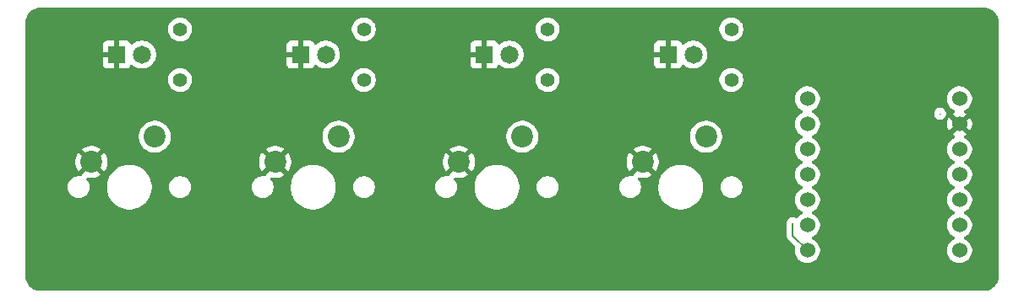
<source format=gbl>
%TF.GenerationSoftware,KiCad,Pcbnew,9.0.6*%
%TF.CreationDate,2025-11-26T17:33:24+00:00*%
%TF.ProjectId,keyfrick,6b657966-7269-4636-9b2e-6b696361645f,rev?*%
%TF.SameCoordinates,Original*%
%TF.FileFunction,Copper,L2,Bot*%
%TF.FilePolarity,Positive*%
%FSLAX46Y46*%
G04 Gerber Fmt 4.6, Leading zero omitted, Abs format (unit mm)*
G04 Created by KiCad (PCBNEW 9.0.6) date 2025-11-26 17:33:24*
%MOMM*%
%LPD*%
G01*
G04 APERTURE LIST*
%TA.AperFunction,ComponentPad*%
%ADD10C,1.815000*%
%TD*%
%TA.AperFunction,ComponentPad*%
%ADD11R,1.815000X1.815000*%
%TD*%
%TA.AperFunction,ComponentPad*%
%ADD12C,1.400000*%
%TD*%
%TA.AperFunction,ComponentPad*%
%ADD13C,2.200000*%
%TD*%
%TA.AperFunction,ComponentPad*%
%ADD14C,1.524000*%
%TD*%
%TA.AperFunction,Conductor*%
%ADD15C,0.200000*%
%TD*%
G04 APERTURE END LIST*
D10*
%TO.P,D2,A*%
%TO.N,Net-(D2-PadA)*%
X106045000Y-47625000D03*
D11*
%TO.P,D2,C*%
%TO.N,GND*%
X103505000Y-47625000D03*
%TD*%
D12*
%TO.P,R4,1*%
%TO.N,Net-(D4-PadA)*%
X146685000Y-45085000D03*
%TO.P,R4,2*%
%TO.N,d4*%
X146685000Y-50165000D03*
%TD*%
D13*
%TO.P,SW4,1,1*%
%TO.N,sw4*%
X144145000Y-55880000D03*
%TO.P,SW4,2,2*%
%TO.N,GND*%
X137795000Y-58420000D03*
%TD*%
%TO.P,SW2,1,1*%
%TO.N,sw2*%
X107315000Y-55880000D03*
%TO.P,SW2,2,2*%
%TO.N,GND*%
X100965000Y-58420000D03*
%TD*%
D10*
%TO.P,D1,A*%
%TO.N,Net-(D1-PadA)*%
X87630000Y-47625000D03*
D11*
%TO.P,D1,C*%
%TO.N,GND*%
X85090000Y-47625000D03*
%TD*%
D12*
%TO.P,R2,1*%
%TO.N,Net-(D2-PadA)*%
X109855000Y-45085000D03*
%TO.P,R2,2*%
%TO.N,d2*%
X109855000Y-50165000D03*
%TD*%
%TO.P,R1,1*%
%TO.N,Net-(D1-PadA)*%
X91440000Y-45085000D03*
%TO.P,R1,2*%
%TO.N,d1*%
X91440000Y-50165000D03*
%TD*%
%TO.P,R3,1*%
%TO.N,Net-(D3-PadA)*%
X128270000Y-45085000D03*
%TO.P,R3,2*%
%TO.N,d3*%
X128270000Y-50165000D03*
%TD*%
D13*
%TO.P,SW3,1,1*%
%TO.N,sw3*%
X125730000Y-55880000D03*
%TO.P,SW3,2,2*%
%TO.N,GND*%
X119380000Y-58420000D03*
%TD*%
D10*
%TO.P,D3,A*%
%TO.N,Net-(D3-PadA)*%
X124460000Y-47625000D03*
D11*
%TO.P,D3,C*%
%TO.N,GND*%
X121920000Y-47625000D03*
%TD*%
D13*
%TO.P,SW1,1,1*%
%TO.N,sw1*%
X88900000Y-55880000D03*
%TO.P,SW1,2,2*%
%TO.N,GND*%
X82550000Y-58420000D03*
%TD*%
D10*
%TO.P,D4,A*%
%TO.N,Net-(D4-PadA)*%
X142875000Y-47625000D03*
D11*
%TO.P,D4,C*%
%TO.N,GND*%
X140335000Y-47625000D03*
%TD*%
D14*
%TO.P,U1,1,GPIO26/ADC0/A0*%
%TO.N,unconnected-(U1-GPIO26{slash}ADC0{slash}A0-Pad1)*%
X154305000Y-52070000D03*
%TO.P,U1,2,GPIO27/ADC1/A1*%
%TO.N,unconnected-(U1-GPIO27{slash}ADC1{slash}A1-Pad2)*%
X154305000Y-54610000D03*
%TO.P,U1,3,GPIO28/ADC2/A2*%
%TO.N,unconnected-(U1-GPIO28{slash}ADC2{slash}A2-Pad3)*%
X154305000Y-57150000D03*
%TO.P,U1,4,GPIO29/ADC3/A3*%
%TO.N,sw1*%
X154305000Y-59690000D03*
%TO.P,U1,5,GPIO6/SDA*%
%TO.N,sw2*%
X154305000Y-62230000D03*
%TO.P,U1,6,GPIO7/SCL*%
%TO.N,sw3*%
X154305000Y-64770000D03*
%TO.P,U1,7,GPIO0/TX*%
%TO.N,sw4*%
X154305000Y-67310000D03*
%TO.P,U1,8,GPIO1/RX*%
%TO.N,d4*%
X169545000Y-67310000D03*
%TO.P,U1,9,GPIO2/SCK*%
%TO.N,d3*%
X169545000Y-64770000D03*
%TO.P,U1,10,GPIO4/MISO*%
%TO.N,d2*%
X169545000Y-62230000D03*
%TO.P,U1,11,GPIO3/MOSI*%
%TO.N,d1*%
X169545000Y-59690000D03*
%TO.P,U1,12,3V3*%
%TO.N,unconnected-(U1-3V3-Pad12)*%
X169545000Y-57150000D03*
%TO.P,U1,13,GND*%
%TO.N,GND*%
X169545000Y-54610000D03*
%TO.P,U1,14,VBUS*%
%TO.N,unconnected-(U1-VBUS-Pad14)*%
X169545000Y-52070000D03*
%TD*%
D15*
%TO.N,GND*%
X121920000Y-47625000D02*
X121920000Y-48834200D01*
%TO.N,d2*%
X167594600Y-53576600D02*
X167594500Y-53576600D01*
%TO.N,sw4*%
X152827200Y-65832200D02*
X154305000Y-67310000D01*
X152827200Y-64562200D02*
X152827200Y-65832200D01*
%TD*%
%TA.AperFunction,Conductor*%
%TO.N,GND*%
G36*
X171994418Y-42918816D02*
G01*
X172194561Y-42933130D01*
X172212063Y-42935647D01*
X172403797Y-42977355D01*
X172420755Y-42982334D01*
X172604609Y-43050909D01*
X172620701Y-43058259D01*
X172792904Y-43152288D01*
X172807784Y-43161849D01*
X172964867Y-43279441D01*
X172978237Y-43291027D01*
X173116972Y-43429762D01*
X173128558Y-43443132D01*
X173246146Y-43600210D01*
X173255711Y-43615095D01*
X173349740Y-43787298D01*
X173357090Y-43803390D01*
X173425662Y-43987236D01*
X173430646Y-44004212D01*
X173472351Y-44195931D01*
X173474869Y-44213442D01*
X173489184Y-44413580D01*
X173489500Y-44422427D01*
X173489500Y-69877572D01*
X173489184Y-69886419D01*
X173474869Y-70086557D01*
X173472351Y-70104068D01*
X173430646Y-70295787D01*
X173425662Y-70312763D01*
X173357090Y-70496609D01*
X173349740Y-70512701D01*
X173255711Y-70684904D01*
X173246146Y-70699789D01*
X173128558Y-70856867D01*
X173116972Y-70870237D01*
X172978237Y-71008972D01*
X172964867Y-71020558D01*
X172807789Y-71138146D01*
X172792904Y-71147711D01*
X172620701Y-71241740D01*
X172604609Y-71249090D01*
X172420763Y-71317662D01*
X172403787Y-71322646D01*
X172212068Y-71364351D01*
X172194557Y-71366869D01*
X172013779Y-71379799D01*
X171994417Y-71381184D01*
X171985572Y-71381500D01*
X77442428Y-71381500D01*
X77433582Y-71381184D01*
X77411622Y-71379613D01*
X77233442Y-71366869D01*
X77215931Y-71364351D01*
X77024212Y-71322646D01*
X77007236Y-71317662D01*
X76823390Y-71249090D01*
X76807298Y-71241740D01*
X76635095Y-71147711D01*
X76620210Y-71138146D01*
X76463132Y-71020558D01*
X76449762Y-71008972D01*
X76311027Y-70870237D01*
X76299441Y-70856867D01*
X76181849Y-70699784D01*
X76172288Y-70684904D01*
X76078259Y-70512701D01*
X76070909Y-70496609D01*
X76010091Y-70333551D01*
X76002334Y-70312755D01*
X75997355Y-70295797D01*
X75955647Y-70104063D01*
X75953130Y-70086556D01*
X75938816Y-69886418D01*
X75938500Y-69877572D01*
X75938500Y-65911254D01*
X152226698Y-65911254D01*
X152267623Y-66063986D01*
X152271689Y-66071028D01*
X152276050Y-66078580D01*
X152276052Y-66078589D01*
X152276055Y-66078588D01*
X152288307Y-66099810D01*
X152346679Y-66200914D01*
X152346681Y-66200917D01*
X152465549Y-66319785D01*
X152465555Y-66319790D01*
X153041237Y-66895472D01*
X153074722Y-66956795D01*
X153074160Y-67009522D01*
X153074349Y-67009552D01*
X153074146Y-67010831D01*
X153074133Y-67012087D01*
X153073587Y-67014360D01*
X153042500Y-67210639D01*
X153042500Y-67409360D01*
X153073587Y-67605637D01*
X153134993Y-67794629D01*
X153134994Y-67794632D01*
X153225213Y-67971694D01*
X153342019Y-68132464D01*
X153482536Y-68272981D01*
X153643306Y-68389787D01*
X153730149Y-68434035D01*
X153820367Y-68480005D01*
X153820370Y-68480006D01*
X153914866Y-68510709D01*
X154009364Y-68541413D01*
X154205639Y-68572500D01*
X154205640Y-68572500D01*
X154404360Y-68572500D01*
X154404361Y-68572500D01*
X154600636Y-68541413D01*
X154789632Y-68480005D01*
X154966694Y-68389787D01*
X155127464Y-68272981D01*
X155267981Y-68132464D01*
X155384787Y-67971694D01*
X155475005Y-67794632D01*
X155536413Y-67605636D01*
X155567500Y-67409361D01*
X155567500Y-67210639D01*
X155536413Y-67014364D01*
X155475005Y-66825368D01*
X155475005Y-66825367D01*
X155384786Y-66648305D01*
X155267981Y-66487536D01*
X155127464Y-66347019D01*
X154966694Y-66230213D01*
X154810218Y-66150484D01*
X154759423Y-66102510D01*
X154742628Y-66034689D01*
X154765165Y-65968554D01*
X154810218Y-65929515D01*
X154966694Y-65849787D01*
X155127464Y-65732981D01*
X155267981Y-65592464D01*
X155384787Y-65431694D01*
X155475005Y-65254632D01*
X155536413Y-65065636D01*
X155567500Y-64869361D01*
X155567500Y-64670639D01*
X155536413Y-64474364D01*
X155475005Y-64285368D01*
X155475005Y-64285367D01*
X155384786Y-64108305D01*
X155267981Y-63947536D01*
X155127464Y-63807019D01*
X154966694Y-63690213D01*
X154810218Y-63610484D01*
X154759423Y-63562510D01*
X154742628Y-63494689D01*
X154765165Y-63428554D01*
X154810218Y-63389515D01*
X154966694Y-63309787D01*
X155127464Y-63192981D01*
X155267981Y-63052464D01*
X155384787Y-62891694D01*
X155475005Y-62714632D01*
X155536413Y-62525636D01*
X155567500Y-62329361D01*
X155567500Y-62130639D01*
X155536413Y-61934364D01*
X155505709Y-61839866D01*
X155475006Y-61745370D01*
X155475005Y-61745367D01*
X155384786Y-61568305D01*
X155267981Y-61407536D01*
X155127464Y-61267019D01*
X154966694Y-61150213D01*
X154810218Y-61070484D01*
X154759423Y-61022510D01*
X154742628Y-60954689D01*
X154765165Y-60888554D01*
X154810218Y-60849515D01*
X154966694Y-60769787D01*
X155127464Y-60652981D01*
X155267981Y-60512464D01*
X155384787Y-60351694D01*
X155475005Y-60174632D01*
X155536413Y-59985636D01*
X155567500Y-59789361D01*
X155567500Y-59590639D01*
X155536413Y-59394364D01*
X155494170Y-59264352D01*
X155475006Y-59205370D01*
X155475005Y-59205367D01*
X155384786Y-59028305D01*
X155267981Y-58867536D01*
X155127464Y-58727019D01*
X154966694Y-58610213D01*
X154810218Y-58530484D01*
X154759423Y-58482510D01*
X154742628Y-58414689D01*
X154765165Y-58348554D01*
X154810218Y-58309515D01*
X154966694Y-58229787D01*
X155127464Y-58112981D01*
X155267981Y-57972464D01*
X155384787Y-57811694D01*
X155475005Y-57634632D01*
X155536413Y-57445636D01*
X155567500Y-57249361D01*
X155567500Y-57050639D01*
X155536413Y-56854364D01*
X155475005Y-56665368D01*
X155475005Y-56665367D01*
X155384786Y-56488305D01*
X155267981Y-56327536D01*
X155127464Y-56187019D01*
X154966694Y-56070213D01*
X154810218Y-55990484D01*
X154759423Y-55942510D01*
X154742628Y-55874689D01*
X154765165Y-55808554D01*
X154810218Y-55769515D01*
X154966694Y-55689787D01*
X155127464Y-55572981D01*
X155267981Y-55432464D01*
X155384787Y-55271694D01*
X155475005Y-55094632D01*
X155536413Y-54905636D01*
X155567500Y-54709361D01*
X155567500Y-54510639D01*
X155536413Y-54314364D01*
X155475005Y-54125368D01*
X155475005Y-54125367D01*
X155429035Y-54035149D01*
X155384787Y-53948306D01*
X155267981Y-53787536D01*
X155127464Y-53647019D01*
X154966694Y-53530213D01*
X154902576Y-53497543D01*
X166994000Y-53497543D01*
X166994000Y-53655656D01*
X167034923Y-53808383D01*
X167034926Y-53808390D01*
X167113975Y-53945309D01*
X167113979Y-53945314D01*
X167113980Y-53945316D01*
X167225784Y-54057120D01*
X167225786Y-54057121D01*
X167225790Y-54057124D01*
X167344330Y-54125562D01*
X167362716Y-54136177D01*
X167515443Y-54177100D01*
X167515445Y-54177100D01*
X167673655Y-54177100D01*
X167673657Y-54177100D01*
X167826384Y-54136177D01*
X167963316Y-54057120D01*
X168075120Y-53945316D01*
X168154177Y-53808384D01*
X168195100Y-53655657D01*
X168195100Y-53497543D01*
X168154177Y-53344816D01*
X168148330Y-53334689D01*
X168075124Y-53207890D01*
X168075118Y-53207882D01*
X167963317Y-53096081D01*
X167963309Y-53096075D01*
X167826390Y-53017026D01*
X167826386Y-53017024D01*
X167826384Y-53017023D01*
X167673657Y-52976100D01*
X167515443Y-52976100D01*
X167362716Y-53017023D01*
X167362709Y-53017026D01*
X167225790Y-53096075D01*
X167225782Y-53096081D01*
X167113981Y-53207882D01*
X167113975Y-53207890D01*
X167034926Y-53344809D01*
X167034923Y-53344816D01*
X166994000Y-53497543D01*
X154902576Y-53497543D01*
X154810218Y-53450484D01*
X154759423Y-53402510D01*
X154742628Y-53334689D01*
X154765165Y-53268554D01*
X154810218Y-53229515D01*
X154966694Y-53149787D01*
X155127464Y-53032981D01*
X155267981Y-52892464D01*
X155384787Y-52731694D01*
X155475005Y-52554632D01*
X155536413Y-52365636D01*
X155567500Y-52169361D01*
X155567500Y-51970639D01*
X168282500Y-51970639D01*
X168282500Y-52169360D01*
X168313587Y-52365637D01*
X168374993Y-52554629D01*
X168374994Y-52554632D01*
X168465213Y-52731694D01*
X168582019Y-52892464D01*
X168722536Y-53032981D01*
X168883306Y-53149787D01*
X169040332Y-53229796D01*
X169091127Y-53277769D01*
X169107922Y-53345590D01*
X169085385Y-53411725D01*
X169040332Y-53450764D01*
X168883566Y-53530641D01*
X168846283Y-53557729D01*
X168846282Y-53557730D01*
X169460906Y-54172352D01*
X169373429Y-54195792D01*
X169272070Y-54254311D01*
X169189311Y-54337070D01*
X169130792Y-54438429D01*
X169107352Y-54525905D01*
X168492730Y-53911282D01*
X168492729Y-53911283D01*
X168465643Y-53948564D01*
X168375457Y-54125562D01*
X168314075Y-54314476D01*
X168314075Y-54314479D01*
X168283000Y-54510678D01*
X168283000Y-54709321D01*
X168314075Y-54905520D01*
X168314075Y-54905523D01*
X168375457Y-55094437D01*
X168465641Y-55271432D01*
X168492730Y-55308715D01*
X168492731Y-55308716D01*
X169107352Y-54694094D01*
X169130792Y-54781571D01*
X169189311Y-54882930D01*
X169272070Y-54965689D01*
X169373429Y-55024208D01*
X169460905Y-55047647D01*
X168846283Y-55662268D01*
X168846283Y-55662269D01*
X168883567Y-55689358D01*
X169040331Y-55769234D01*
X169091127Y-55817209D01*
X169107922Y-55885030D01*
X169085384Y-55951165D01*
X169040331Y-55990204D01*
X168883305Y-56070213D01*
X168722533Y-56187021D01*
X168582021Y-56327533D01*
X168465213Y-56488305D01*
X168374994Y-56665367D01*
X168374993Y-56665370D01*
X168313587Y-56854362D01*
X168282500Y-57050639D01*
X168282500Y-57249360D01*
X168313587Y-57445637D01*
X168374993Y-57634629D01*
X168374994Y-57634632D01*
X168462217Y-57805815D01*
X168465213Y-57811694D01*
X168582019Y-57972464D01*
X168722536Y-58112981D01*
X168883306Y-58229787D01*
X169001832Y-58290179D01*
X169039780Y-58309515D01*
X169090576Y-58357490D01*
X169107371Y-58425311D01*
X169084833Y-58491446D01*
X169039780Y-58530485D01*
X168883305Y-58610213D01*
X168722533Y-58727021D01*
X168582021Y-58867533D01*
X168465213Y-59028305D01*
X168374994Y-59205367D01*
X168374993Y-59205370D01*
X168313587Y-59394362D01*
X168282500Y-59590639D01*
X168282500Y-59789360D01*
X168313587Y-59985637D01*
X168374993Y-60174629D01*
X168374994Y-60174632D01*
X168465213Y-60351694D01*
X168582019Y-60512464D01*
X168722536Y-60652981D01*
X168883306Y-60769787D01*
X168967107Y-60812486D01*
X169039780Y-60849515D01*
X169090576Y-60897490D01*
X169107371Y-60965311D01*
X169084833Y-61031446D01*
X169039780Y-61070485D01*
X168883305Y-61150213D01*
X168722533Y-61267021D01*
X168582021Y-61407533D01*
X168465213Y-61568305D01*
X168374994Y-61745367D01*
X168374993Y-61745370D01*
X168313587Y-61934362D01*
X168282500Y-62130639D01*
X168282500Y-62329360D01*
X168313587Y-62525637D01*
X168374993Y-62714629D01*
X168374994Y-62714632D01*
X168436447Y-62835238D01*
X168465213Y-62891694D01*
X168582019Y-63052464D01*
X168722536Y-63192981D01*
X168883306Y-63309787D01*
X169001832Y-63370179D01*
X169039780Y-63389515D01*
X169090576Y-63437490D01*
X169107371Y-63505311D01*
X169084833Y-63571446D01*
X169039780Y-63610485D01*
X168883305Y-63690213D01*
X168722533Y-63807021D01*
X168582021Y-63947533D01*
X168465213Y-64108305D01*
X168374994Y-64285367D01*
X168374993Y-64285370D01*
X168313587Y-64474362D01*
X168282500Y-64670639D01*
X168282500Y-64869360D01*
X168313587Y-65065637D01*
X168374993Y-65254629D01*
X168374994Y-65254632D01*
X168465213Y-65431694D01*
X168582019Y-65592464D01*
X168722536Y-65732981D01*
X168883306Y-65849787D01*
X168986708Y-65902473D01*
X169039780Y-65929515D01*
X169090576Y-65977490D01*
X169107371Y-66045311D01*
X169084833Y-66111446D01*
X169039780Y-66150485D01*
X168883305Y-66230213D01*
X168722533Y-66347021D01*
X168582021Y-66487533D01*
X168465213Y-66648305D01*
X168374994Y-66825367D01*
X168374993Y-66825370D01*
X168313587Y-67014362D01*
X168282500Y-67210639D01*
X168282500Y-67409360D01*
X168313587Y-67605637D01*
X168374993Y-67794629D01*
X168374994Y-67794632D01*
X168465213Y-67971694D01*
X168582019Y-68132464D01*
X168722536Y-68272981D01*
X168883306Y-68389787D01*
X168970149Y-68434035D01*
X169060367Y-68480005D01*
X169060370Y-68480006D01*
X169154866Y-68510709D01*
X169249364Y-68541413D01*
X169445639Y-68572500D01*
X169445640Y-68572500D01*
X169644360Y-68572500D01*
X169644361Y-68572500D01*
X169840636Y-68541413D01*
X170029632Y-68480005D01*
X170206694Y-68389787D01*
X170367464Y-68272981D01*
X170507981Y-68132464D01*
X170624787Y-67971694D01*
X170715005Y-67794632D01*
X170776413Y-67605636D01*
X170807500Y-67409361D01*
X170807500Y-67210639D01*
X170776413Y-67014364D01*
X170715005Y-66825368D01*
X170715005Y-66825367D01*
X170624786Y-66648305D01*
X170507981Y-66487536D01*
X170367464Y-66347019D01*
X170206694Y-66230213D01*
X170050218Y-66150484D01*
X169999423Y-66102510D01*
X169982628Y-66034689D01*
X170005165Y-65968554D01*
X170050218Y-65929515D01*
X170206694Y-65849787D01*
X170367464Y-65732981D01*
X170507981Y-65592464D01*
X170624787Y-65431694D01*
X170715005Y-65254632D01*
X170776413Y-65065636D01*
X170807500Y-64869361D01*
X170807500Y-64670639D01*
X170776413Y-64474364D01*
X170715005Y-64285368D01*
X170715005Y-64285367D01*
X170624786Y-64108305D01*
X170507981Y-63947536D01*
X170367464Y-63807019D01*
X170206694Y-63690213D01*
X170050218Y-63610484D01*
X169999423Y-63562510D01*
X169982628Y-63494689D01*
X170005165Y-63428554D01*
X170050218Y-63389515D01*
X170206694Y-63309787D01*
X170367464Y-63192981D01*
X170507981Y-63052464D01*
X170624787Y-62891694D01*
X170715005Y-62714632D01*
X170776413Y-62525636D01*
X170807500Y-62329361D01*
X170807500Y-62130639D01*
X170776413Y-61934364D01*
X170745709Y-61839866D01*
X170715006Y-61745370D01*
X170715005Y-61745367D01*
X170624786Y-61568305D01*
X170507981Y-61407536D01*
X170367464Y-61267019D01*
X170206694Y-61150213D01*
X170050218Y-61070484D01*
X169999423Y-61022510D01*
X169982628Y-60954689D01*
X170005165Y-60888554D01*
X170050218Y-60849515D01*
X170206694Y-60769787D01*
X170367464Y-60652981D01*
X170507981Y-60512464D01*
X170624787Y-60351694D01*
X170715005Y-60174632D01*
X170776413Y-59985636D01*
X170807500Y-59789361D01*
X170807500Y-59590639D01*
X170776413Y-59394364D01*
X170734170Y-59264352D01*
X170715006Y-59205370D01*
X170715005Y-59205367D01*
X170624786Y-59028305D01*
X170507981Y-58867536D01*
X170367464Y-58727019D01*
X170206694Y-58610213D01*
X170050218Y-58530484D01*
X169999423Y-58482510D01*
X169982628Y-58414689D01*
X170005165Y-58348554D01*
X170050218Y-58309515D01*
X170206694Y-58229787D01*
X170367464Y-58112981D01*
X170507981Y-57972464D01*
X170624787Y-57811694D01*
X170715005Y-57634632D01*
X170776413Y-57445636D01*
X170807500Y-57249361D01*
X170807500Y-57050639D01*
X170776413Y-56854364D01*
X170715005Y-56665368D01*
X170715005Y-56665367D01*
X170624786Y-56488305D01*
X170507981Y-56327536D01*
X170367464Y-56187019D01*
X170206694Y-56070213D01*
X170049667Y-55990203D01*
X169998872Y-55942229D01*
X169982077Y-55874408D01*
X170004614Y-55808273D01*
X170049669Y-55769234D01*
X170206422Y-55689364D01*
X170243716Y-55662268D01*
X169629095Y-55047647D01*
X169716571Y-55024208D01*
X169817930Y-54965689D01*
X169900689Y-54882930D01*
X169959208Y-54781571D01*
X169982647Y-54694094D01*
X170597268Y-55308715D01*
X170624362Y-55271425D01*
X170714542Y-55094437D01*
X170775924Y-54905523D01*
X170775924Y-54905520D01*
X170807000Y-54709321D01*
X170807000Y-54510678D01*
X170775924Y-54314479D01*
X170775924Y-54314476D01*
X170714542Y-54125562D01*
X170624358Y-53948567D01*
X170597268Y-53911283D01*
X169982647Y-54525904D01*
X169959208Y-54438429D01*
X169900689Y-54337070D01*
X169817930Y-54254311D01*
X169716571Y-54195792D01*
X169629094Y-54172352D01*
X170243716Y-53557731D01*
X170243715Y-53557730D01*
X170206432Y-53530641D01*
X170049668Y-53450765D01*
X169998872Y-53402790D01*
X169982077Y-53334969D01*
X170004615Y-53268834D01*
X170049667Y-53229796D01*
X170206694Y-53149787D01*
X170367464Y-53032981D01*
X170507981Y-52892464D01*
X170624787Y-52731694D01*
X170715005Y-52554632D01*
X170776413Y-52365636D01*
X170807500Y-52169361D01*
X170807500Y-51970639D01*
X170776413Y-51774364D01*
X170715005Y-51585368D01*
X170715005Y-51585367D01*
X170624786Y-51408305D01*
X170507981Y-51247536D01*
X170367464Y-51107019D01*
X170206694Y-50990213D01*
X170029632Y-50899994D01*
X170029629Y-50899993D01*
X169840637Y-50838587D01*
X169742498Y-50823043D01*
X169644361Y-50807500D01*
X169445639Y-50807500D01*
X169380214Y-50817862D01*
X169249362Y-50838587D01*
X169060370Y-50899993D01*
X169060367Y-50899994D01*
X168883305Y-50990213D01*
X168722533Y-51107021D01*
X168582021Y-51247533D01*
X168465213Y-51408305D01*
X168374994Y-51585367D01*
X168374993Y-51585370D01*
X168313587Y-51774362D01*
X168282500Y-51970639D01*
X155567500Y-51970639D01*
X155536413Y-51774364D01*
X155475005Y-51585368D01*
X155475005Y-51585367D01*
X155384786Y-51408305D01*
X155267981Y-51247536D01*
X155127464Y-51107019D01*
X154966694Y-50990213D01*
X154789632Y-50899994D01*
X154789629Y-50899993D01*
X154600637Y-50838587D01*
X154502498Y-50823043D01*
X154404361Y-50807500D01*
X154205639Y-50807500D01*
X154140214Y-50817862D01*
X154009362Y-50838587D01*
X153820370Y-50899993D01*
X153820367Y-50899994D01*
X153643305Y-50990213D01*
X153482533Y-51107021D01*
X153342021Y-51247533D01*
X153225213Y-51408305D01*
X153134994Y-51585367D01*
X153134993Y-51585370D01*
X153073587Y-51774362D01*
X153042500Y-51970639D01*
X153042500Y-52169360D01*
X153073587Y-52365637D01*
X153134993Y-52554629D01*
X153134994Y-52554632D01*
X153225213Y-52731694D01*
X153342019Y-52892464D01*
X153482536Y-53032981D01*
X153643306Y-53149787D01*
X153757323Y-53207882D01*
X153799780Y-53229515D01*
X153850576Y-53277490D01*
X153867371Y-53345311D01*
X153844833Y-53411446D01*
X153799780Y-53450485D01*
X153643305Y-53530213D01*
X153482533Y-53647021D01*
X153342021Y-53787533D01*
X153225213Y-53948305D01*
X153134994Y-54125367D01*
X153134993Y-54125370D01*
X153073587Y-54314362D01*
X153042500Y-54510639D01*
X153042500Y-54709360D01*
X153073587Y-54905637D01*
X153134993Y-55094629D01*
X153134994Y-55094632D01*
X153222116Y-55265616D01*
X153225213Y-55271694D01*
X153342019Y-55432464D01*
X153482536Y-55572981D01*
X153643306Y-55689787D01*
X153761832Y-55750179D01*
X153799780Y-55769515D01*
X153850576Y-55817490D01*
X153867371Y-55885311D01*
X153844833Y-55951446D01*
X153799780Y-55990485D01*
X153643305Y-56070213D01*
X153482533Y-56187021D01*
X153342021Y-56327533D01*
X153225213Y-56488305D01*
X153134994Y-56665367D01*
X153134993Y-56665370D01*
X153073587Y-56854362D01*
X153042500Y-57050639D01*
X153042500Y-57249360D01*
X153073587Y-57445637D01*
X153134993Y-57634629D01*
X153134994Y-57634632D01*
X153222217Y-57805815D01*
X153225213Y-57811694D01*
X153342019Y-57972464D01*
X153482536Y-58112981D01*
X153643306Y-58229787D01*
X153761832Y-58290179D01*
X153799780Y-58309515D01*
X153850576Y-58357490D01*
X153867371Y-58425311D01*
X153844833Y-58491446D01*
X153799780Y-58530485D01*
X153643305Y-58610213D01*
X153482533Y-58727021D01*
X153342021Y-58867533D01*
X153225213Y-59028305D01*
X153134994Y-59205367D01*
X153134993Y-59205370D01*
X153073587Y-59394362D01*
X153042500Y-59590639D01*
X153042500Y-59789360D01*
X153073587Y-59985637D01*
X153134993Y-60174629D01*
X153134994Y-60174632D01*
X153225213Y-60351694D01*
X153342019Y-60512464D01*
X153482536Y-60652981D01*
X153643306Y-60769787D01*
X153727107Y-60812486D01*
X153799780Y-60849515D01*
X153850576Y-60897490D01*
X153867371Y-60965311D01*
X153844833Y-61031446D01*
X153799780Y-61070485D01*
X153643305Y-61150213D01*
X153482533Y-61267021D01*
X153342021Y-61407533D01*
X153225213Y-61568305D01*
X153134994Y-61745367D01*
X153134993Y-61745370D01*
X153073587Y-61934362D01*
X153042500Y-62130639D01*
X153042500Y-62329360D01*
X153073587Y-62525637D01*
X153134993Y-62714629D01*
X153134994Y-62714632D01*
X153196447Y-62835238D01*
X153225213Y-62891694D01*
X153342019Y-63052464D01*
X153482536Y-63192981D01*
X153643306Y-63309787D01*
X153761832Y-63370179D01*
X153799780Y-63389515D01*
X153850576Y-63437490D01*
X153867371Y-63505311D01*
X153844833Y-63571446D01*
X153799780Y-63610485D01*
X153643305Y-63690213D01*
X153482533Y-63807021D01*
X153342021Y-63947533D01*
X153342014Y-63947542D01*
X153295808Y-64011138D01*
X153240478Y-64053804D01*
X153170864Y-64059782D01*
X153133492Y-64045639D01*
X153058990Y-64002626D01*
X153058986Y-64002624D01*
X153058984Y-64002623D01*
X152906257Y-63961700D01*
X152748143Y-63961700D01*
X152595416Y-64002623D01*
X152595409Y-64002626D01*
X152458490Y-64081675D01*
X152458482Y-64081681D01*
X152346681Y-64193482D01*
X152346675Y-64193490D01*
X152267626Y-64330409D01*
X152267623Y-64330416D01*
X152226700Y-64483143D01*
X152226700Y-65745530D01*
X152226699Y-65745548D01*
X152226699Y-65911254D01*
X152226698Y-65911254D01*
X75938500Y-65911254D01*
X75938500Y-60873389D01*
X80179500Y-60873389D01*
X80179500Y-61046611D01*
X80206598Y-61217701D01*
X80260127Y-61382445D01*
X80338768Y-61536788D01*
X80440586Y-61676928D01*
X80563072Y-61799414D01*
X80703212Y-61901232D01*
X80857555Y-61979873D01*
X81022299Y-62033402D01*
X81193389Y-62060500D01*
X81193390Y-62060500D01*
X81366610Y-62060500D01*
X81366611Y-62060500D01*
X81537701Y-62033402D01*
X81702445Y-61979873D01*
X81856788Y-61901232D01*
X81996928Y-61799414D01*
X82119414Y-61676928D01*
X82221232Y-61536788D01*
X82299873Y-61382445D01*
X82353402Y-61217701D01*
X82380500Y-61046611D01*
X82380500Y-60873389D01*
X82370854Y-60812486D01*
X84109500Y-60812486D01*
X84109500Y-61107513D01*
X84141571Y-61351113D01*
X84148007Y-61399993D01*
X84222212Y-61676930D01*
X84224361Y-61684951D01*
X84224364Y-61684961D01*
X84337254Y-61957500D01*
X84337258Y-61957510D01*
X84484761Y-62212993D01*
X84664352Y-62447040D01*
X84664358Y-62447047D01*
X84872952Y-62655641D01*
X84872959Y-62655647D01*
X85107006Y-62835238D01*
X85362489Y-62982741D01*
X85362490Y-62982741D01*
X85362493Y-62982743D01*
X85635048Y-63095639D01*
X85920007Y-63171993D01*
X86212494Y-63210500D01*
X86212501Y-63210500D01*
X86507499Y-63210500D01*
X86507506Y-63210500D01*
X86799993Y-63171993D01*
X87084952Y-63095639D01*
X87357507Y-62982743D01*
X87612994Y-62835238D01*
X87847042Y-62655646D01*
X88055646Y-62447042D01*
X88235238Y-62212994D01*
X88382743Y-61957507D01*
X88495639Y-61684952D01*
X88571993Y-61399993D01*
X88610500Y-61107506D01*
X88610500Y-60873389D01*
X90339500Y-60873389D01*
X90339500Y-61046611D01*
X90366598Y-61217701D01*
X90420127Y-61382445D01*
X90498768Y-61536788D01*
X90600586Y-61676928D01*
X90723072Y-61799414D01*
X90863212Y-61901232D01*
X91017555Y-61979873D01*
X91182299Y-62033402D01*
X91353389Y-62060500D01*
X91353390Y-62060500D01*
X91526610Y-62060500D01*
X91526611Y-62060500D01*
X91697701Y-62033402D01*
X91862445Y-61979873D01*
X92016788Y-61901232D01*
X92156928Y-61799414D01*
X92279414Y-61676928D01*
X92381232Y-61536788D01*
X92459873Y-61382445D01*
X92513402Y-61217701D01*
X92540500Y-61046611D01*
X92540500Y-60873389D01*
X98594500Y-60873389D01*
X98594500Y-61046611D01*
X98621598Y-61217701D01*
X98675127Y-61382445D01*
X98753768Y-61536788D01*
X98855586Y-61676928D01*
X98978072Y-61799414D01*
X99118212Y-61901232D01*
X99272555Y-61979873D01*
X99437299Y-62033402D01*
X99608389Y-62060500D01*
X99608390Y-62060500D01*
X99781610Y-62060500D01*
X99781611Y-62060500D01*
X99952701Y-62033402D01*
X100117445Y-61979873D01*
X100271788Y-61901232D01*
X100411928Y-61799414D01*
X100534414Y-61676928D01*
X100636232Y-61536788D01*
X100714873Y-61382445D01*
X100768402Y-61217701D01*
X100795500Y-61046611D01*
X100795500Y-60873389D01*
X100785854Y-60812486D01*
X102524500Y-60812486D01*
X102524500Y-61107513D01*
X102556571Y-61351113D01*
X102563007Y-61399993D01*
X102637212Y-61676930D01*
X102639361Y-61684951D01*
X102639364Y-61684961D01*
X102752254Y-61957500D01*
X102752258Y-61957510D01*
X102899761Y-62212993D01*
X103079352Y-62447040D01*
X103079358Y-62447047D01*
X103287952Y-62655641D01*
X103287959Y-62655647D01*
X103522006Y-62835238D01*
X103777489Y-62982741D01*
X103777490Y-62982741D01*
X103777493Y-62982743D01*
X104050048Y-63095639D01*
X104335007Y-63171993D01*
X104627494Y-63210500D01*
X104627501Y-63210500D01*
X104922499Y-63210500D01*
X104922506Y-63210500D01*
X105214993Y-63171993D01*
X105499952Y-63095639D01*
X105772507Y-62982743D01*
X106027994Y-62835238D01*
X106262042Y-62655646D01*
X106470646Y-62447042D01*
X106650238Y-62212994D01*
X106797743Y-61957507D01*
X106910639Y-61684952D01*
X106986993Y-61399993D01*
X107025500Y-61107506D01*
X107025500Y-60873389D01*
X108754500Y-60873389D01*
X108754500Y-61046611D01*
X108781598Y-61217701D01*
X108835127Y-61382445D01*
X108913768Y-61536788D01*
X109015586Y-61676928D01*
X109138072Y-61799414D01*
X109278212Y-61901232D01*
X109432555Y-61979873D01*
X109597299Y-62033402D01*
X109768389Y-62060500D01*
X109768390Y-62060500D01*
X109941610Y-62060500D01*
X109941611Y-62060500D01*
X110112701Y-62033402D01*
X110277445Y-61979873D01*
X110431788Y-61901232D01*
X110571928Y-61799414D01*
X110694414Y-61676928D01*
X110796232Y-61536788D01*
X110874873Y-61382445D01*
X110928402Y-61217701D01*
X110955500Y-61046611D01*
X110955500Y-60873389D01*
X117009500Y-60873389D01*
X117009500Y-61046611D01*
X117036598Y-61217701D01*
X117090127Y-61382445D01*
X117168768Y-61536788D01*
X117270586Y-61676928D01*
X117393072Y-61799414D01*
X117533212Y-61901232D01*
X117687555Y-61979873D01*
X117852299Y-62033402D01*
X118023389Y-62060500D01*
X118023390Y-62060500D01*
X118196610Y-62060500D01*
X118196611Y-62060500D01*
X118367701Y-62033402D01*
X118532445Y-61979873D01*
X118686788Y-61901232D01*
X118826928Y-61799414D01*
X118949414Y-61676928D01*
X119051232Y-61536788D01*
X119129873Y-61382445D01*
X119183402Y-61217701D01*
X119210500Y-61046611D01*
X119210500Y-60873389D01*
X119200854Y-60812486D01*
X120939500Y-60812486D01*
X120939500Y-61107513D01*
X120971571Y-61351113D01*
X120978007Y-61399993D01*
X121052212Y-61676930D01*
X121054361Y-61684951D01*
X121054364Y-61684961D01*
X121167254Y-61957500D01*
X121167258Y-61957510D01*
X121314761Y-62212993D01*
X121494352Y-62447040D01*
X121494358Y-62447047D01*
X121702952Y-62655641D01*
X121702959Y-62655647D01*
X121937006Y-62835238D01*
X122192489Y-62982741D01*
X122192490Y-62982741D01*
X122192493Y-62982743D01*
X122465048Y-63095639D01*
X122750007Y-63171993D01*
X123042494Y-63210500D01*
X123042501Y-63210500D01*
X123337499Y-63210500D01*
X123337506Y-63210500D01*
X123629993Y-63171993D01*
X123914952Y-63095639D01*
X124187507Y-62982743D01*
X124442994Y-62835238D01*
X124677042Y-62655646D01*
X124885646Y-62447042D01*
X125065238Y-62212994D01*
X125212743Y-61957507D01*
X125325639Y-61684952D01*
X125401993Y-61399993D01*
X125440500Y-61107506D01*
X125440500Y-60873389D01*
X127169500Y-60873389D01*
X127169500Y-61046611D01*
X127196598Y-61217701D01*
X127250127Y-61382445D01*
X127328768Y-61536788D01*
X127430586Y-61676928D01*
X127553072Y-61799414D01*
X127693212Y-61901232D01*
X127847555Y-61979873D01*
X128012299Y-62033402D01*
X128183389Y-62060500D01*
X128183390Y-62060500D01*
X128356610Y-62060500D01*
X128356611Y-62060500D01*
X128527701Y-62033402D01*
X128692445Y-61979873D01*
X128846788Y-61901232D01*
X128986928Y-61799414D01*
X129109414Y-61676928D01*
X129211232Y-61536788D01*
X129289873Y-61382445D01*
X129343402Y-61217701D01*
X129370500Y-61046611D01*
X129370500Y-60873389D01*
X135424500Y-60873389D01*
X135424500Y-61046611D01*
X135451598Y-61217701D01*
X135505127Y-61382445D01*
X135583768Y-61536788D01*
X135685586Y-61676928D01*
X135808072Y-61799414D01*
X135948212Y-61901232D01*
X136102555Y-61979873D01*
X136267299Y-62033402D01*
X136438389Y-62060500D01*
X136438390Y-62060500D01*
X136611610Y-62060500D01*
X136611611Y-62060500D01*
X136782701Y-62033402D01*
X136947445Y-61979873D01*
X137101788Y-61901232D01*
X137241928Y-61799414D01*
X137364414Y-61676928D01*
X137466232Y-61536788D01*
X137544873Y-61382445D01*
X137598402Y-61217701D01*
X137625500Y-61046611D01*
X137625500Y-60873389D01*
X137615854Y-60812486D01*
X139354500Y-60812486D01*
X139354500Y-61107513D01*
X139386571Y-61351113D01*
X139393007Y-61399993D01*
X139467212Y-61676930D01*
X139469361Y-61684951D01*
X139469364Y-61684961D01*
X139582254Y-61957500D01*
X139582258Y-61957510D01*
X139729761Y-62212993D01*
X139909352Y-62447040D01*
X139909358Y-62447047D01*
X140117952Y-62655641D01*
X140117959Y-62655647D01*
X140352006Y-62835238D01*
X140607489Y-62982741D01*
X140607490Y-62982741D01*
X140607493Y-62982743D01*
X140880048Y-63095639D01*
X141165007Y-63171993D01*
X141457494Y-63210500D01*
X141457501Y-63210500D01*
X141752499Y-63210500D01*
X141752506Y-63210500D01*
X142044993Y-63171993D01*
X142329952Y-63095639D01*
X142602507Y-62982743D01*
X142857994Y-62835238D01*
X143092042Y-62655646D01*
X143300646Y-62447042D01*
X143480238Y-62212994D01*
X143627743Y-61957507D01*
X143740639Y-61684952D01*
X143816993Y-61399993D01*
X143855500Y-61107506D01*
X143855500Y-60873389D01*
X145584500Y-60873389D01*
X145584500Y-61046611D01*
X145611598Y-61217701D01*
X145665127Y-61382445D01*
X145743768Y-61536788D01*
X145845586Y-61676928D01*
X145968072Y-61799414D01*
X146108212Y-61901232D01*
X146262555Y-61979873D01*
X146427299Y-62033402D01*
X146598389Y-62060500D01*
X146598390Y-62060500D01*
X146771610Y-62060500D01*
X146771611Y-62060500D01*
X146942701Y-62033402D01*
X147107445Y-61979873D01*
X147261788Y-61901232D01*
X147401928Y-61799414D01*
X147524414Y-61676928D01*
X147626232Y-61536788D01*
X147704873Y-61382445D01*
X147758402Y-61217701D01*
X147785500Y-61046611D01*
X147785500Y-60873389D01*
X147758402Y-60702299D01*
X147704873Y-60537555D01*
X147626232Y-60383212D01*
X147524414Y-60243072D01*
X147401928Y-60120586D01*
X147261788Y-60018768D01*
X147107445Y-59940127D01*
X146942701Y-59886598D01*
X146942699Y-59886597D01*
X146942698Y-59886597D01*
X146811271Y-59865781D01*
X146771611Y-59859500D01*
X146598389Y-59859500D01*
X146558728Y-59865781D01*
X146427302Y-59886597D01*
X146262552Y-59940128D01*
X146108211Y-60018768D01*
X146052115Y-60059525D01*
X145968072Y-60120586D01*
X145968070Y-60120588D01*
X145968069Y-60120588D01*
X145845588Y-60243069D01*
X145845588Y-60243070D01*
X145845586Y-60243072D01*
X145801859Y-60303256D01*
X145743768Y-60383211D01*
X145665128Y-60537552D01*
X145611597Y-60702302D01*
X145588281Y-60849515D01*
X145584500Y-60873389D01*
X143855500Y-60873389D01*
X143855500Y-60812494D01*
X143816993Y-60520007D01*
X143740639Y-60235048D01*
X143627743Y-59962493D01*
X143577604Y-59875650D01*
X143480238Y-59707006D01*
X143300647Y-59472959D01*
X143300641Y-59472952D01*
X143092047Y-59264358D01*
X143092040Y-59264352D01*
X142857993Y-59084761D01*
X142602510Y-58937258D01*
X142602500Y-58937254D01*
X142329961Y-58824364D01*
X142329954Y-58824362D01*
X142329952Y-58824361D01*
X142044993Y-58748007D01*
X141996113Y-58741571D01*
X141752513Y-58709500D01*
X141752506Y-58709500D01*
X141457494Y-58709500D01*
X141457486Y-58709500D01*
X141179085Y-58746153D01*
X141165007Y-58748007D01*
X140990861Y-58794669D01*
X140880048Y-58824361D01*
X140880038Y-58824364D01*
X140607499Y-58937254D01*
X140607489Y-58937258D01*
X140352006Y-59084761D01*
X140117959Y-59264352D01*
X140117952Y-59264358D01*
X139909358Y-59472952D01*
X139909352Y-59472959D01*
X139729761Y-59707006D01*
X139582258Y-59962489D01*
X139582254Y-59962499D01*
X139469364Y-60235038D01*
X139469361Y-60235048D01*
X139393008Y-60520004D01*
X139393006Y-60520015D01*
X139354500Y-60812486D01*
X137615854Y-60812486D01*
X137598402Y-60702299D01*
X137544873Y-60537555D01*
X137466232Y-60383212D01*
X137364414Y-60243072D01*
X137311882Y-60190540D01*
X137278397Y-60129217D01*
X137283381Y-60059525D01*
X137325253Y-60003592D01*
X137390717Y-59979175D01*
X137418961Y-59980386D01*
X137669072Y-60020000D01*
X137920928Y-60020000D01*
X138169669Y-59980602D01*
X138409184Y-59902780D01*
X138633575Y-59788446D01*
X138633581Y-59788442D01*
X138735697Y-59714250D01*
X138735698Y-59714250D01*
X138119025Y-59097578D01*
X138150258Y-59084641D01*
X138273097Y-59002563D01*
X138377563Y-58898097D01*
X138459641Y-58775258D01*
X138472578Y-58744025D01*
X139089250Y-59360698D01*
X139089250Y-59360697D01*
X139163442Y-59258581D01*
X139163446Y-59258575D01*
X139277780Y-59034184D01*
X139355602Y-58794669D01*
X139395000Y-58545928D01*
X139395000Y-58294071D01*
X139355602Y-58045330D01*
X139277780Y-57805815D01*
X139163442Y-57581416D01*
X139089250Y-57479301D01*
X139089250Y-57479300D01*
X138472577Y-58095973D01*
X138459641Y-58064742D01*
X138377563Y-57941903D01*
X138273097Y-57837437D01*
X138150258Y-57755359D01*
X138119024Y-57742421D01*
X138735698Y-57125748D01*
X138633583Y-57051557D01*
X138409184Y-56937219D01*
X138169669Y-56859397D01*
X137920928Y-56820000D01*
X137669072Y-56820000D01*
X137420330Y-56859397D01*
X137180815Y-56937219D01*
X136956413Y-57051559D01*
X136854301Y-57125747D01*
X136854300Y-57125748D01*
X137470974Y-57742421D01*
X137439742Y-57755359D01*
X137316903Y-57837437D01*
X137212437Y-57941903D01*
X137130359Y-58064742D01*
X137117421Y-58095974D01*
X136500748Y-57479300D01*
X136500747Y-57479301D01*
X136426559Y-57581413D01*
X136312219Y-57805815D01*
X136234397Y-58045330D01*
X136195000Y-58294071D01*
X136195000Y-58545928D01*
X136234397Y-58794669D01*
X136312219Y-59034184D01*
X136426557Y-59258583D01*
X136500748Y-59360697D01*
X136500748Y-59360698D01*
X137117421Y-58744024D01*
X137130359Y-58775258D01*
X137212437Y-58898097D01*
X137316903Y-59002563D01*
X137439742Y-59084641D01*
X137470974Y-59097577D01*
X136854300Y-59714250D01*
X136856598Y-59743449D01*
X136842233Y-59811827D01*
X136793181Y-59861583D01*
X136725016Y-59876921D01*
X136713583Y-59875650D01*
X136611611Y-59859500D01*
X136438389Y-59859500D01*
X136398728Y-59865781D01*
X136267302Y-59886597D01*
X136102552Y-59940128D01*
X135948211Y-60018768D01*
X135892115Y-60059525D01*
X135808072Y-60120586D01*
X135808070Y-60120588D01*
X135808069Y-60120588D01*
X135685588Y-60243069D01*
X135685588Y-60243070D01*
X135685586Y-60243072D01*
X135641859Y-60303256D01*
X135583768Y-60383211D01*
X135505128Y-60537552D01*
X135451597Y-60702302D01*
X135428281Y-60849515D01*
X135424500Y-60873389D01*
X129370500Y-60873389D01*
X129343402Y-60702299D01*
X129289873Y-60537555D01*
X129211232Y-60383212D01*
X129109414Y-60243072D01*
X128986928Y-60120586D01*
X128846788Y-60018768D01*
X128692445Y-59940127D01*
X128527701Y-59886598D01*
X128527699Y-59886597D01*
X128527698Y-59886597D01*
X128396271Y-59865781D01*
X128356611Y-59859500D01*
X128183389Y-59859500D01*
X128143728Y-59865781D01*
X128012302Y-59886597D01*
X127847552Y-59940128D01*
X127693211Y-60018768D01*
X127637115Y-60059525D01*
X127553072Y-60120586D01*
X127553070Y-60120588D01*
X127553069Y-60120588D01*
X127430588Y-60243069D01*
X127430588Y-60243070D01*
X127430586Y-60243072D01*
X127386859Y-60303256D01*
X127328768Y-60383211D01*
X127250128Y-60537552D01*
X127196597Y-60702302D01*
X127173281Y-60849515D01*
X127169500Y-60873389D01*
X125440500Y-60873389D01*
X125440500Y-60812494D01*
X125401993Y-60520007D01*
X125325639Y-60235048D01*
X125212743Y-59962493D01*
X125162604Y-59875650D01*
X125065238Y-59707006D01*
X124885647Y-59472959D01*
X124885641Y-59472952D01*
X124677047Y-59264358D01*
X124677040Y-59264352D01*
X124442993Y-59084761D01*
X124187510Y-58937258D01*
X124187500Y-58937254D01*
X123914961Y-58824364D01*
X123914954Y-58824362D01*
X123914952Y-58824361D01*
X123629993Y-58748007D01*
X123581113Y-58741571D01*
X123337513Y-58709500D01*
X123337506Y-58709500D01*
X123042494Y-58709500D01*
X123042486Y-58709500D01*
X122764085Y-58746153D01*
X122750007Y-58748007D01*
X122575861Y-58794669D01*
X122465048Y-58824361D01*
X122465038Y-58824364D01*
X122192499Y-58937254D01*
X122192489Y-58937258D01*
X121937006Y-59084761D01*
X121702959Y-59264352D01*
X121702952Y-59264358D01*
X121494358Y-59472952D01*
X121494352Y-59472959D01*
X121314761Y-59707006D01*
X121167258Y-59962489D01*
X121167254Y-59962499D01*
X121054364Y-60235038D01*
X121054361Y-60235048D01*
X120978008Y-60520004D01*
X120978006Y-60520015D01*
X120939500Y-60812486D01*
X119200854Y-60812486D01*
X119183402Y-60702299D01*
X119129873Y-60537555D01*
X119051232Y-60383212D01*
X118949414Y-60243072D01*
X118896882Y-60190540D01*
X118863397Y-60129217D01*
X118868381Y-60059525D01*
X118910253Y-60003592D01*
X118975717Y-59979175D01*
X119003961Y-59980386D01*
X119254072Y-60020000D01*
X119505928Y-60020000D01*
X119754669Y-59980602D01*
X119994184Y-59902780D01*
X120218575Y-59788446D01*
X120218581Y-59788442D01*
X120320697Y-59714250D01*
X120320698Y-59714250D01*
X119704025Y-59097578D01*
X119735258Y-59084641D01*
X119858097Y-59002563D01*
X119962563Y-58898097D01*
X120044641Y-58775258D01*
X120057577Y-58744025D01*
X120674250Y-59360698D01*
X120674250Y-59360697D01*
X120748442Y-59258581D01*
X120748446Y-59258575D01*
X120862780Y-59034184D01*
X120940602Y-58794669D01*
X120980000Y-58545928D01*
X120980000Y-58294071D01*
X120940602Y-58045330D01*
X120862780Y-57805815D01*
X120748442Y-57581416D01*
X120674250Y-57479301D01*
X120674250Y-57479300D01*
X120057577Y-58095973D01*
X120044641Y-58064742D01*
X119962563Y-57941903D01*
X119858097Y-57837437D01*
X119735258Y-57755359D01*
X119704024Y-57742421D01*
X120320698Y-57125748D01*
X120218583Y-57051557D01*
X119994184Y-56937219D01*
X119754669Y-56859397D01*
X119505928Y-56820000D01*
X119254072Y-56820000D01*
X119005330Y-56859397D01*
X118765815Y-56937219D01*
X118541413Y-57051559D01*
X118439301Y-57125747D01*
X118439300Y-57125748D01*
X119055974Y-57742421D01*
X119024742Y-57755359D01*
X118901903Y-57837437D01*
X118797437Y-57941903D01*
X118715359Y-58064742D01*
X118702421Y-58095974D01*
X118085748Y-57479300D01*
X118085747Y-57479301D01*
X118011559Y-57581413D01*
X117897219Y-57805815D01*
X117819397Y-58045330D01*
X117780000Y-58294071D01*
X117780000Y-58545928D01*
X117819397Y-58794669D01*
X117897219Y-59034184D01*
X118011557Y-59258583D01*
X118085748Y-59360697D01*
X118085748Y-59360698D01*
X118702421Y-58744024D01*
X118715359Y-58775258D01*
X118797437Y-58898097D01*
X118901903Y-59002563D01*
X119024742Y-59084641D01*
X119055974Y-59097577D01*
X118439300Y-59714250D01*
X118441598Y-59743449D01*
X118427233Y-59811827D01*
X118378181Y-59861583D01*
X118310016Y-59876921D01*
X118298583Y-59875650D01*
X118196611Y-59859500D01*
X118023389Y-59859500D01*
X117983728Y-59865781D01*
X117852302Y-59886597D01*
X117687552Y-59940128D01*
X117533211Y-60018768D01*
X117477115Y-60059525D01*
X117393072Y-60120586D01*
X117393070Y-60120588D01*
X117393069Y-60120588D01*
X117270588Y-60243069D01*
X117270588Y-60243070D01*
X117270586Y-60243072D01*
X117226859Y-60303256D01*
X117168768Y-60383211D01*
X117090128Y-60537552D01*
X117036597Y-60702302D01*
X117013281Y-60849515D01*
X117009500Y-60873389D01*
X110955500Y-60873389D01*
X110928402Y-60702299D01*
X110874873Y-60537555D01*
X110796232Y-60383212D01*
X110694414Y-60243072D01*
X110571928Y-60120586D01*
X110431788Y-60018768D01*
X110277445Y-59940127D01*
X110112701Y-59886598D01*
X110112699Y-59886597D01*
X110112698Y-59886597D01*
X109981271Y-59865781D01*
X109941611Y-59859500D01*
X109768389Y-59859500D01*
X109728728Y-59865781D01*
X109597302Y-59886597D01*
X109432552Y-59940128D01*
X109278211Y-60018768D01*
X109222115Y-60059525D01*
X109138072Y-60120586D01*
X109138070Y-60120588D01*
X109138069Y-60120588D01*
X109015588Y-60243069D01*
X109015588Y-60243070D01*
X109015586Y-60243072D01*
X108971859Y-60303256D01*
X108913768Y-60383211D01*
X108835128Y-60537552D01*
X108781597Y-60702302D01*
X108758281Y-60849515D01*
X108754500Y-60873389D01*
X107025500Y-60873389D01*
X107025500Y-60812494D01*
X106986993Y-60520007D01*
X106910639Y-60235048D01*
X106797743Y-59962493D01*
X106747604Y-59875650D01*
X106650238Y-59707006D01*
X106470647Y-59472959D01*
X106470641Y-59472952D01*
X106262047Y-59264358D01*
X106262040Y-59264352D01*
X106027993Y-59084761D01*
X105772510Y-58937258D01*
X105772500Y-58937254D01*
X105499961Y-58824364D01*
X105499954Y-58824362D01*
X105499952Y-58824361D01*
X105214993Y-58748007D01*
X105166113Y-58741571D01*
X104922513Y-58709500D01*
X104922506Y-58709500D01*
X104627494Y-58709500D01*
X104627486Y-58709500D01*
X104349085Y-58746153D01*
X104335007Y-58748007D01*
X104160861Y-58794669D01*
X104050048Y-58824361D01*
X104050038Y-58824364D01*
X103777499Y-58937254D01*
X103777489Y-58937258D01*
X103522006Y-59084761D01*
X103287959Y-59264352D01*
X103287952Y-59264358D01*
X103079358Y-59472952D01*
X103079352Y-59472959D01*
X102899761Y-59707006D01*
X102752258Y-59962489D01*
X102752254Y-59962499D01*
X102639364Y-60235038D01*
X102639361Y-60235048D01*
X102563008Y-60520004D01*
X102563006Y-60520015D01*
X102524500Y-60812486D01*
X100785854Y-60812486D01*
X100768402Y-60702299D01*
X100714873Y-60537555D01*
X100636232Y-60383212D01*
X100534414Y-60243072D01*
X100481882Y-60190540D01*
X100448397Y-60129217D01*
X100453381Y-60059525D01*
X100495253Y-60003592D01*
X100560717Y-59979175D01*
X100588961Y-59980386D01*
X100839072Y-60020000D01*
X101090928Y-60020000D01*
X101339669Y-59980602D01*
X101579184Y-59902780D01*
X101803575Y-59788446D01*
X101803581Y-59788442D01*
X101905697Y-59714250D01*
X101905698Y-59714250D01*
X101289025Y-59097578D01*
X101320258Y-59084641D01*
X101443097Y-59002563D01*
X101547563Y-58898097D01*
X101629641Y-58775258D01*
X101642577Y-58744025D01*
X102259250Y-59360698D01*
X102259250Y-59360697D01*
X102333442Y-59258581D01*
X102333446Y-59258575D01*
X102447780Y-59034184D01*
X102525602Y-58794669D01*
X102565000Y-58545928D01*
X102565000Y-58294071D01*
X102525602Y-58045330D01*
X102447780Y-57805815D01*
X102333442Y-57581416D01*
X102259250Y-57479301D01*
X102259250Y-57479300D01*
X101642577Y-58095973D01*
X101629641Y-58064742D01*
X101547563Y-57941903D01*
X101443097Y-57837437D01*
X101320258Y-57755359D01*
X101289024Y-57742421D01*
X101905698Y-57125748D01*
X101803583Y-57051557D01*
X101579184Y-56937219D01*
X101339669Y-56859397D01*
X101090928Y-56820000D01*
X100839072Y-56820000D01*
X100590330Y-56859397D01*
X100350815Y-56937219D01*
X100126413Y-57051559D01*
X100024301Y-57125747D01*
X100024300Y-57125748D01*
X100640974Y-57742421D01*
X100609742Y-57755359D01*
X100486903Y-57837437D01*
X100382437Y-57941903D01*
X100300359Y-58064742D01*
X100287421Y-58095974D01*
X99670748Y-57479300D01*
X99670747Y-57479301D01*
X99596559Y-57581413D01*
X99482219Y-57805815D01*
X99404397Y-58045330D01*
X99365000Y-58294071D01*
X99365000Y-58545928D01*
X99404397Y-58794669D01*
X99482219Y-59034184D01*
X99596557Y-59258583D01*
X99670748Y-59360697D01*
X99670748Y-59360698D01*
X100287421Y-58744024D01*
X100300359Y-58775258D01*
X100382437Y-58898097D01*
X100486903Y-59002563D01*
X100609742Y-59084641D01*
X100640974Y-59097577D01*
X100024300Y-59714250D01*
X100026598Y-59743449D01*
X100012233Y-59811827D01*
X99963181Y-59861583D01*
X99895016Y-59876921D01*
X99883583Y-59875650D01*
X99781611Y-59859500D01*
X99608389Y-59859500D01*
X99568728Y-59865781D01*
X99437302Y-59886597D01*
X99272552Y-59940128D01*
X99118211Y-60018768D01*
X99062115Y-60059525D01*
X98978072Y-60120586D01*
X98978070Y-60120588D01*
X98978069Y-60120588D01*
X98855588Y-60243069D01*
X98855588Y-60243070D01*
X98855586Y-60243072D01*
X98811859Y-60303256D01*
X98753768Y-60383211D01*
X98675128Y-60537552D01*
X98621597Y-60702302D01*
X98598281Y-60849515D01*
X98594500Y-60873389D01*
X92540500Y-60873389D01*
X92513402Y-60702299D01*
X92459873Y-60537555D01*
X92381232Y-60383212D01*
X92279414Y-60243072D01*
X92156928Y-60120586D01*
X92016788Y-60018768D01*
X91862445Y-59940127D01*
X91697701Y-59886598D01*
X91697699Y-59886597D01*
X91697698Y-59886597D01*
X91566271Y-59865781D01*
X91526611Y-59859500D01*
X91353389Y-59859500D01*
X91313728Y-59865781D01*
X91182302Y-59886597D01*
X91017552Y-59940128D01*
X90863211Y-60018768D01*
X90807115Y-60059525D01*
X90723072Y-60120586D01*
X90723070Y-60120588D01*
X90723069Y-60120588D01*
X90600588Y-60243069D01*
X90600588Y-60243070D01*
X90600586Y-60243072D01*
X90556859Y-60303256D01*
X90498768Y-60383211D01*
X90420128Y-60537552D01*
X90366597Y-60702302D01*
X90343281Y-60849515D01*
X90339500Y-60873389D01*
X88610500Y-60873389D01*
X88610500Y-60812494D01*
X88571993Y-60520007D01*
X88495639Y-60235048D01*
X88382743Y-59962493D01*
X88332604Y-59875650D01*
X88235238Y-59707006D01*
X88055647Y-59472959D01*
X88055641Y-59472952D01*
X87847047Y-59264358D01*
X87847040Y-59264352D01*
X87612993Y-59084761D01*
X87357510Y-58937258D01*
X87357500Y-58937254D01*
X87084961Y-58824364D01*
X87084954Y-58824362D01*
X87084952Y-58824361D01*
X86799993Y-58748007D01*
X86751113Y-58741571D01*
X86507513Y-58709500D01*
X86507506Y-58709500D01*
X86212494Y-58709500D01*
X86212486Y-58709500D01*
X85934085Y-58746153D01*
X85920007Y-58748007D01*
X85745861Y-58794669D01*
X85635048Y-58824361D01*
X85635038Y-58824364D01*
X85362499Y-58937254D01*
X85362489Y-58937258D01*
X85107006Y-59084761D01*
X84872959Y-59264352D01*
X84872952Y-59264358D01*
X84664358Y-59472952D01*
X84664352Y-59472959D01*
X84484761Y-59707006D01*
X84337258Y-59962489D01*
X84337254Y-59962499D01*
X84224364Y-60235038D01*
X84224361Y-60235048D01*
X84148008Y-60520004D01*
X84148006Y-60520015D01*
X84109500Y-60812486D01*
X82370854Y-60812486D01*
X82353402Y-60702299D01*
X82299873Y-60537555D01*
X82221232Y-60383212D01*
X82119414Y-60243072D01*
X82066882Y-60190540D01*
X82033397Y-60129217D01*
X82038381Y-60059525D01*
X82080253Y-60003592D01*
X82145717Y-59979175D01*
X82173961Y-59980386D01*
X82424072Y-60020000D01*
X82675928Y-60020000D01*
X82924669Y-59980602D01*
X83164184Y-59902780D01*
X83388575Y-59788446D01*
X83388581Y-59788442D01*
X83490697Y-59714250D01*
X83490698Y-59714250D01*
X82874025Y-59097578D01*
X82905258Y-59084641D01*
X83028097Y-59002563D01*
X83132563Y-58898097D01*
X83214641Y-58775258D01*
X83227577Y-58744025D01*
X83844250Y-59360698D01*
X83844250Y-59360697D01*
X83918442Y-59258581D01*
X83918446Y-59258575D01*
X84032780Y-59034184D01*
X84110602Y-58794669D01*
X84150000Y-58545928D01*
X84150000Y-58294071D01*
X84110602Y-58045330D01*
X84032780Y-57805815D01*
X83918442Y-57581416D01*
X83844250Y-57479301D01*
X83844250Y-57479300D01*
X83227577Y-58095973D01*
X83214641Y-58064742D01*
X83132563Y-57941903D01*
X83028097Y-57837437D01*
X82905258Y-57755359D01*
X82874024Y-57742421D01*
X83490698Y-57125748D01*
X83388583Y-57051557D01*
X83164184Y-56937219D01*
X82924669Y-56859397D01*
X82675928Y-56820000D01*
X82424072Y-56820000D01*
X82175330Y-56859397D01*
X81935815Y-56937219D01*
X81711413Y-57051559D01*
X81609301Y-57125747D01*
X81609300Y-57125748D01*
X82225974Y-57742421D01*
X82194742Y-57755359D01*
X82071903Y-57837437D01*
X81967437Y-57941903D01*
X81885359Y-58064742D01*
X81872421Y-58095974D01*
X81255748Y-57479300D01*
X81255747Y-57479301D01*
X81181559Y-57581413D01*
X81067219Y-57805815D01*
X80989397Y-58045330D01*
X80950000Y-58294071D01*
X80950000Y-58545928D01*
X80989397Y-58794669D01*
X81067219Y-59034184D01*
X81181557Y-59258583D01*
X81255748Y-59360697D01*
X81255748Y-59360698D01*
X81872421Y-58744024D01*
X81885359Y-58775258D01*
X81967437Y-58898097D01*
X82071903Y-59002563D01*
X82194742Y-59084641D01*
X82225974Y-59097577D01*
X81609300Y-59714250D01*
X81611598Y-59743449D01*
X81597233Y-59811827D01*
X81548181Y-59861583D01*
X81480016Y-59876921D01*
X81468583Y-59875650D01*
X81366611Y-59859500D01*
X81193389Y-59859500D01*
X81153728Y-59865781D01*
X81022302Y-59886597D01*
X80857552Y-59940128D01*
X80703211Y-60018768D01*
X80647115Y-60059525D01*
X80563072Y-60120586D01*
X80563070Y-60120588D01*
X80563069Y-60120588D01*
X80440588Y-60243069D01*
X80440588Y-60243070D01*
X80440586Y-60243072D01*
X80396859Y-60303256D01*
X80338768Y-60383211D01*
X80260128Y-60537552D01*
X80206597Y-60702302D01*
X80183281Y-60849515D01*
X80179500Y-60873389D01*
X75938500Y-60873389D01*
X75938500Y-55754038D01*
X87299500Y-55754038D01*
X87299500Y-56005962D01*
X87328177Y-56187019D01*
X87338910Y-56254785D01*
X87416760Y-56494383D01*
X87531132Y-56718848D01*
X87679201Y-56922649D01*
X87679205Y-56922654D01*
X87857345Y-57100794D01*
X87857350Y-57100798D01*
X88035117Y-57229952D01*
X88061155Y-57248870D01*
X88204184Y-57321747D01*
X88285616Y-57363239D01*
X88285618Y-57363239D01*
X88285621Y-57363241D01*
X88525215Y-57441090D01*
X88774038Y-57480500D01*
X88774039Y-57480500D01*
X89025961Y-57480500D01*
X89025962Y-57480500D01*
X89274785Y-57441090D01*
X89514379Y-57363241D01*
X89738845Y-57248870D01*
X89942656Y-57100793D01*
X90120793Y-56922656D01*
X90268870Y-56718845D01*
X90383241Y-56494379D01*
X90461090Y-56254785D01*
X90500500Y-56005962D01*
X90500500Y-55754038D01*
X105714500Y-55754038D01*
X105714500Y-56005962D01*
X105743177Y-56187019D01*
X105753910Y-56254785D01*
X105831760Y-56494383D01*
X105946132Y-56718848D01*
X106094201Y-56922649D01*
X106094205Y-56922654D01*
X106272345Y-57100794D01*
X106272350Y-57100798D01*
X106450117Y-57229952D01*
X106476155Y-57248870D01*
X106619184Y-57321747D01*
X106700616Y-57363239D01*
X106700618Y-57363239D01*
X106700621Y-57363241D01*
X106940215Y-57441090D01*
X107189038Y-57480500D01*
X107189039Y-57480500D01*
X107440961Y-57480500D01*
X107440962Y-57480500D01*
X107689785Y-57441090D01*
X107929379Y-57363241D01*
X108153845Y-57248870D01*
X108357656Y-57100793D01*
X108535793Y-56922656D01*
X108683870Y-56718845D01*
X108798241Y-56494379D01*
X108876090Y-56254785D01*
X108915500Y-56005962D01*
X108915500Y-55754038D01*
X124129500Y-55754038D01*
X124129500Y-56005962D01*
X124158177Y-56187019D01*
X124168910Y-56254785D01*
X124246760Y-56494383D01*
X124361132Y-56718848D01*
X124509201Y-56922649D01*
X124509205Y-56922654D01*
X124687345Y-57100794D01*
X124687350Y-57100798D01*
X124865117Y-57229952D01*
X124891155Y-57248870D01*
X125034184Y-57321747D01*
X125115616Y-57363239D01*
X125115618Y-57363239D01*
X125115621Y-57363241D01*
X125355215Y-57441090D01*
X125604038Y-57480500D01*
X125604039Y-57480500D01*
X125855961Y-57480500D01*
X125855962Y-57480500D01*
X126104785Y-57441090D01*
X126344379Y-57363241D01*
X126568845Y-57248870D01*
X126772656Y-57100793D01*
X126950793Y-56922656D01*
X127098870Y-56718845D01*
X127213241Y-56494379D01*
X127291090Y-56254785D01*
X127330500Y-56005962D01*
X127330500Y-55754038D01*
X142544500Y-55754038D01*
X142544500Y-56005962D01*
X142573177Y-56187019D01*
X142583910Y-56254785D01*
X142661760Y-56494383D01*
X142776132Y-56718848D01*
X142924201Y-56922649D01*
X142924205Y-56922654D01*
X143102345Y-57100794D01*
X143102350Y-57100798D01*
X143280117Y-57229952D01*
X143306155Y-57248870D01*
X143449184Y-57321747D01*
X143530616Y-57363239D01*
X143530618Y-57363239D01*
X143530621Y-57363241D01*
X143770215Y-57441090D01*
X144019038Y-57480500D01*
X144019039Y-57480500D01*
X144270961Y-57480500D01*
X144270962Y-57480500D01*
X144519785Y-57441090D01*
X144759379Y-57363241D01*
X144983845Y-57248870D01*
X145187656Y-57100793D01*
X145365793Y-56922656D01*
X145513870Y-56718845D01*
X145628241Y-56494379D01*
X145706090Y-56254785D01*
X145745500Y-56005962D01*
X145745500Y-55754038D01*
X145706090Y-55505215D01*
X145628241Y-55265621D01*
X145628239Y-55265618D01*
X145628239Y-55265616D01*
X145586747Y-55184184D01*
X145513870Y-55041155D01*
X145415326Y-54905520D01*
X145365798Y-54837350D01*
X145365794Y-54837345D01*
X145187654Y-54659205D01*
X145187649Y-54659201D01*
X144983848Y-54511132D01*
X144983847Y-54511131D01*
X144983845Y-54511130D01*
X144913747Y-54475413D01*
X144759383Y-54396760D01*
X144519785Y-54318910D01*
X144491070Y-54314362D01*
X144270962Y-54279500D01*
X144019038Y-54279500D01*
X143894626Y-54299205D01*
X143770214Y-54318910D01*
X143530616Y-54396760D01*
X143306151Y-54511132D01*
X143102350Y-54659201D01*
X143102345Y-54659205D01*
X142924205Y-54837345D01*
X142924201Y-54837350D01*
X142776132Y-55041151D01*
X142661760Y-55265616D01*
X142583910Y-55505214D01*
X142583910Y-55505215D01*
X142544500Y-55754038D01*
X127330500Y-55754038D01*
X127291090Y-55505215D01*
X127213241Y-55265621D01*
X127213239Y-55265618D01*
X127213239Y-55265616D01*
X127171747Y-55184184D01*
X127098870Y-55041155D01*
X127000326Y-54905520D01*
X126950798Y-54837350D01*
X126950794Y-54837345D01*
X126772654Y-54659205D01*
X126772649Y-54659201D01*
X126568848Y-54511132D01*
X126568847Y-54511131D01*
X126568845Y-54511130D01*
X126498747Y-54475413D01*
X126344383Y-54396760D01*
X126104785Y-54318910D01*
X126076070Y-54314362D01*
X125855962Y-54279500D01*
X125604038Y-54279500D01*
X125479626Y-54299205D01*
X125355214Y-54318910D01*
X125115616Y-54396760D01*
X124891151Y-54511132D01*
X124687350Y-54659201D01*
X124687345Y-54659205D01*
X124509205Y-54837345D01*
X124509201Y-54837350D01*
X124361132Y-55041151D01*
X124246760Y-55265616D01*
X124168910Y-55505214D01*
X124168910Y-55505215D01*
X124129500Y-55754038D01*
X108915500Y-55754038D01*
X108876090Y-55505215D01*
X108798241Y-55265621D01*
X108798239Y-55265618D01*
X108798239Y-55265616D01*
X108756747Y-55184184D01*
X108683870Y-55041155D01*
X108585326Y-54905520D01*
X108535798Y-54837350D01*
X108535794Y-54837345D01*
X108357654Y-54659205D01*
X108357649Y-54659201D01*
X108153848Y-54511132D01*
X108153847Y-54511131D01*
X108153845Y-54511130D01*
X108083747Y-54475413D01*
X107929383Y-54396760D01*
X107689785Y-54318910D01*
X107661070Y-54314362D01*
X107440962Y-54279500D01*
X107189038Y-54279500D01*
X107064626Y-54299205D01*
X106940214Y-54318910D01*
X106700616Y-54396760D01*
X106476151Y-54511132D01*
X106272350Y-54659201D01*
X106272345Y-54659205D01*
X106094205Y-54837345D01*
X106094201Y-54837350D01*
X105946132Y-55041151D01*
X105831760Y-55265616D01*
X105753910Y-55505214D01*
X105753910Y-55505215D01*
X105714500Y-55754038D01*
X90500500Y-55754038D01*
X90461090Y-55505215D01*
X90383241Y-55265621D01*
X90383239Y-55265618D01*
X90383239Y-55265616D01*
X90341747Y-55184184D01*
X90268870Y-55041155D01*
X90170326Y-54905520D01*
X90120798Y-54837350D01*
X90120794Y-54837345D01*
X89942654Y-54659205D01*
X89942649Y-54659201D01*
X89738848Y-54511132D01*
X89738847Y-54511131D01*
X89738845Y-54511130D01*
X89668747Y-54475413D01*
X89514383Y-54396760D01*
X89274785Y-54318910D01*
X89246070Y-54314362D01*
X89025962Y-54279500D01*
X88774038Y-54279500D01*
X88649626Y-54299205D01*
X88525214Y-54318910D01*
X88285616Y-54396760D01*
X88061151Y-54511132D01*
X87857350Y-54659201D01*
X87857345Y-54659205D01*
X87679205Y-54837345D01*
X87679201Y-54837350D01*
X87531132Y-55041151D01*
X87416760Y-55265616D01*
X87338910Y-55505214D01*
X87338910Y-55505215D01*
X87299500Y-55754038D01*
X75938500Y-55754038D01*
X75938500Y-50070513D01*
X90239500Y-50070513D01*
X90239500Y-50259486D01*
X90269059Y-50446118D01*
X90327454Y-50625836D01*
X90413240Y-50794199D01*
X90524310Y-50947073D01*
X90657927Y-51080690D01*
X90810801Y-51191760D01*
X90890347Y-51232290D01*
X90979163Y-51277545D01*
X90979165Y-51277545D01*
X90979168Y-51277547D01*
X91075497Y-51308846D01*
X91158881Y-51335940D01*
X91345514Y-51365500D01*
X91345519Y-51365500D01*
X91534486Y-51365500D01*
X91721118Y-51335940D01*
X91900832Y-51277547D01*
X92069199Y-51191760D01*
X92222073Y-51080690D01*
X92355690Y-50947073D01*
X92466760Y-50794199D01*
X92552547Y-50625832D01*
X92610940Y-50446118D01*
X92640500Y-50259486D01*
X92640500Y-50070513D01*
X108654500Y-50070513D01*
X108654500Y-50259486D01*
X108684059Y-50446118D01*
X108742454Y-50625836D01*
X108828240Y-50794199D01*
X108939310Y-50947073D01*
X109072927Y-51080690D01*
X109225801Y-51191760D01*
X109305347Y-51232290D01*
X109394163Y-51277545D01*
X109394165Y-51277545D01*
X109394168Y-51277547D01*
X109490497Y-51308846D01*
X109573881Y-51335940D01*
X109760514Y-51365500D01*
X109760519Y-51365500D01*
X109949486Y-51365500D01*
X110136118Y-51335940D01*
X110315832Y-51277547D01*
X110484199Y-51191760D01*
X110637073Y-51080690D01*
X110770690Y-50947073D01*
X110881760Y-50794199D01*
X110967547Y-50625832D01*
X111025940Y-50446118D01*
X111055500Y-50259486D01*
X111055500Y-50070513D01*
X127069500Y-50070513D01*
X127069500Y-50259486D01*
X127099059Y-50446118D01*
X127157454Y-50625836D01*
X127243240Y-50794199D01*
X127354310Y-50947073D01*
X127487927Y-51080690D01*
X127640801Y-51191760D01*
X127720347Y-51232290D01*
X127809163Y-51277545D01*
X127809165Y-51277545D01*
X127809168Y-51277547D01*
X127905497Y-51308846D01*
X127988881Y-51335940D01*
X128175514Y-51365500D01*
X128175519Y-51365500D01*
X128364486Y-51365500D01*
X128551118Y-51335940D01*
X128730832Y-51277547D01*
X128899199Y-51191760D01*
X129052073Y-51080690D01*
X129185690Y-50947073D01*
X129296760Y-50794199D01*
X129382547Y-50625832D01*
X129440940Y-50446118D01*
X129470500Y-50259486D01*
X129470500Y-50070513D01*
X145484500Y-50070513D01*
X145484500Y-50259486D01*
X145514059Y-50446118D01*
X145572454Y-50625836D01*
X145658240Y-50794199D01*
X145769310Y-50947073D01*
X145902927Y-51080690D01*
X146055801Y-51191760D01*
X146135347Y-51232290D01*
X146224163Y-51277545D01*
X146224165Y-51277545D01*
X146224168Y-51277547D01*
X146320497Y-51308846D01*
X146403881Y-51335940D01*
X146590514Y-51365500D01*
X146590519Y-51365500D01*
X146779486Y-51365500D01*
X146966118Y-51335940D01*
X147145832Y-51277547D01*
X147314199Y-51191760D01*
X147467073Y-51080690D01*
X147600690Y-50947073D01*
X147711760Y-50794199D01*
X147797547Y-50625832D01*
X147855940Y-50446118D01*
X147885500Y-50259486D01*
X147885500Y-50070513D01*
X147855940Y-49883881D01*
X147797545Y-49704163D01*
X147711759Y-49535800D01*
X147600690Y-49382927D01*
X147467073Y-49249310D01*
X147314199Y-49138240D01*
X147145836Y-49052454D01*
X146966118Y-48994059D01*
X146779486Y-48964500D01*
X146779481Y-48964500D01*
X146590519Y-48964500D01*
X146590514Y-48964500D01*
X146403881Y-48994059D01*
X146224163Y-49052454D01*
X146055800Y-49138240D01*
X145968579Y-49201610D01*
X145902927Y-49249310D01*
X145902925Y-49249312D01*
X145902924Y-49249312D01*
X145769312Y-49382924D01*
X145769312Y-49382925D01*
X145769310Y-49382927D01*
X145721610Y-49448579D01*
X145658240Y-49535800D01*
X145572454Y-49704163D01*
X145514059Y-49883881D01*
X145484500Y-50070513D01*
X129470500Y-50070513D01*
X129440940Y-49883881D01*
X129382545Y-49704163D01*
X129296759Y-49535800D01*
X129185690Y-49382927D01*
X129052073Y-49249310D01*
X128899199Y-49138240D01*
X128730836Y-49052454D01*
X128551118Y-48994059D01*
X128364486Y-48964500D01*
X128364481Y-48964500D01*
X128175519Y-48964500D01*
X128175514Y-48964500D01*
X127988881Y-48994059D01*
X127809163Y-49052454D01*
X127640800Y-49138240D01*
X127553579Y-49201610D01*
X127487927Y-49249310D01*
X127487925Y-49249312D01*
X127487924Y-49249312D01*
X127354312Y-49382924D01*
X127354312Y-49382925D01*
X127354310Y-49382927D01*
X127306610Y-49448579D01*
X127243240Y-49535800D01*
X127157454Y-49704163D01*
X127099059Y-49883881D01*
X127069500Y-50070513D01*
X111055500Y-50070513D01*
X111025940Y-49883881D01*
X110967545Y-49704163D01*
X110881759Y-49535800D01*
X110770690Y-49382927D01*
X110637073Y-49249310D01*
X110484199Y-49138240D01*
X110315836Y-49052454D01*
X110136118Y-48994059D01*
X109949486Y-48964500D01*
X109949481Y-48964500D01*
X109760519Y-48964500D01*
X109760514Y-48964500D01*
X109573881Y-48994059D01*
X109394163Y-49052454D01*
X109225800Y-49138240D01*
X109138579Y-49201610D01*
X109072927Y-49249310D01*
X109072925Y-49249312D01*
X109072924Y-49249312D01*
X108939312Y-49382924D01*
X108939312Y-49382925D01*
X108939310Y-49382927D01*
X108891610Y-49448579D01*
X108828240Y-49535800D01*
X108742454Y-49704163D01*
X108684059Y-49883881D01*
X108654500Y-50070513D01*
X92640500Y-50070513D01*
X92610940Y-49883881D01*
X92552545Y-49704163D01*
X92466759Y-49535800D01*
X92355690Y-49382927D01*
X92222073Y-49249310D01*
X92069199Y-49138240D01*
X91900836Y-49052454D01*
X91721118Y-48994059D01*
X91534486Y-48964500D01*
X91534481Y-48964500D01*
X91345519Y-48964500D01*
X91345514Y-48964500D01*
X91158881Y-48994059D01*
X90979163Y-49052454D01*
X90810800Y-49138240D01*
X90723579Y-49201610D01*
X90657927Y-49249310D01*
X90657925Y-49249312D01*
X90657924Y-49249312D01*
X90524312Y-49382924D01*
X90524312Y-49382925D01*
X90524310Y-49382927D01*
X90476610Y-49448579D01*
X90413240Y-49535800D01*
X90327454Y-49704163D01*
X90269059Y-49883881D01*
X90239500Y-50070513D01*
X75938500Y-50070513D01*
X75938500Y-46669655D01*
X83682500Y-46669655D01*
X83682500Y-47375000D01*
X84535743Y-47375000D01*
X84526229Y-47391479D01*
X84485000Y-47545350D01*
X84485000Y-47704650D01*
X84526229Y-47858521D01*
X84535743Y-47875000D01*
X83682500Y-47875000D01*
X83682500Y-48580344D01*
X83688901Y-48639872D01*
X83688903Y-48639879D01*
X83739145Y-48774586D01*
X83739149Y-48774593D01*
X83825309Y-48889687D01*
X83825312Y-48889690D01*
X83940406Y-48975850D01*
X83940413Y-48975854D01*
X84075120Y-49026096D01*
X84075127Y-49026098D01*
X84134655Y-49032499D01*
X84134672Y-49032500D01*
X84840000Y-49032500D01*
X84840000Y-48179256D01*
X84856479Y-48188771D01*
X85010350Y-48230000D01*
X85169650Y-48230000D01*
X85323521Y-48188771D01*
X85340000Y-48179256D01*
X85340000Y-49032500D01*
X86045328Y-49032500D01*
X86045344Y-49032499D01*
X86104872Y-49026098D01*
X86104879Y-49026096D01*
X86239586Y-48975854D01*
X86239593Y-48975850D01*
X86354687Y-48889690D01*
X86354690Y-48889687D01*
X86440850Y-48774593D01*
X86440853Y-48774588D01*
X86467830Y-48702257D01*
X86509701Y-48646322D01*
X86575165Y-48621904D01*
X86643438Y-48636755D01*
X86671694Y-48657907D01*
X86712749Y-48698962D01*
X86892047Y-48829230D01*
X86985344Y-48876767D01*
X87089511Y-48929843D01*
X87089513Y-48929843D01*
X87089516Y-48929845D01*
X87202496Y-48966554D01*
X87300292Y-48998331D01*
X87519183Y-49033000D01*
X87519188Y-49033000D01*
X87740817Y-49033000D01*
X87959707Y-48998331D01*
X87972855Y-48994059D01*
X88170484Y-48929845D01*
X88367953Y-48829230D01*
X88547251Y-48698962D01*
X88703962Y-48542251D01*
X88834230Y-48362953D01*
X88934845Y-48165484D01*
X89003331Y-47954707D01*
X89027163Y-47804240D01*
X89038000Y-47735817D01*
X89038000Y-47514182D01*
X89003331Y-47295292D01*
X88971554Y-47197496D01*
X88934845Y-47084516D01*
X88934843Y-47084513D01*
X88934843Y-47084511D01*
X88834229Y-46887046D01*
X88726839Y-46739237D01*
X88703962Y-46707749D01*
X88665868Y-46669655D01*
X102097500Y-46669655D01*
X102097500Y-47375000D01*
X102950743Y-47375000D01*
X102941229Y-47391479D01*
X102900000Y-47545350D01*
X102900000Y-47704650D01*
X102941229Y-47858521D01*
X102950743Y-47875000D01*
X102097500Y-47875000D01*
X102097500Y-48580344D01*
X102103901Y-48639872D01*
X102103903Y-48639879D01*
X102154145Y-48774586D01*
X102154149Y-48774593D01*
X102240309Y-48889687D01*
X102240312Y-48889690D01*
X102355406Y-48975850D01*
X102355413Y-48975854D01*
X102490120Y-49026096D01*
X102490127Y-49026098D01*
X102549655Y-49032499D01*
X102549672Y-49032500D01*
X103255000Y-49032500D01*
X103255000Y-48179256D01*
X103271479Y-48188771D01*
X103425350Y-48230000D01*
X103584650Y-48230000D01*
X103738521Y-48188771D01*
X103755000Y-48179256D01*
X103755000Y-49032500D01*
X104460328Y-49032500D01*
X104460344Y-49032499D01*
X104519872Y-49026098D01*
X104519879Y-49026096D01*
X104654586Y-48975854D01*
X104654593Y-48975850D01*
X104769687Y-48889690D01*
X104769690Y-48889687D01*
X104855850Y-48774593D01*
X104855853Y-48774588D01*
X104882830Y-48702257D01*
X104924701Y-48646322D01*
X104990165Y-48621904D01*
X105058438Y-48636755D01*
X105086694Y-48657907D01*
X105127749Y-48698962D01*
X105307047Y-48829230D01*
X105400344Y-48876767D01*
X105504511Y-48929843D01*
X105504513Y-48929843D01*
X105504516Y-48929845D01*
X105617496Y-48966554D01*
X105715292Y-48998331D01*
X105934183Y-49033000D01*
X105934188Y-49033000D01*
X106155817Y-49033000D01*
X106374707Y-48998331D01*
X106387855Y-48994059D01*
X106585484Y-48929845D01*
X106782953Y-48829230D01*
X106962251Y-48698962D01*
X107118962Y-48542251D01*
X107249230Y-48362953D01*
X107349845Y-48165484D01*
X107418331Y-47954707D01*
X107442163Y-47804240D01*
X107453000Y-47735817D01*
X107453000Y-47514182D01*
X107418331Y-47295292D01*
X107386554Y-47197496D01*
X107349845Y-47084516D01*
X107349843Y-47084513D01*
X107349843Y-47084511D01*
X107249229Y-46887046D01*
X107141839Y-46739237D01*
X107118962Y-46707749D01*
X107080868Y-46669655D01*
X120512500Y-46669655D01*
X120512500Y-47375000D01*
X121365743Y-47375000D01*
X121356229Y-47391479D01*
X121315000Y-47545350D01*
X121315000Y-47704650D01*
X121356229Y-47858521D01*
X121365743Y-47875000D01*
X120512500Y-47875000D01*
X120512500Y-48580344D01*
X120518901Y-48639872D01*
X120518903Y-48639879D01*
X120569145Y-48774586D01*
X120569149Y-48774593D01*
X120655309Y-48889687D01*
X120655312Y-48889690D01*
X120770406Y-48975850D01*
X120770413Y-48975854D01*
X120905120Y-49026096D01*
X120905127Y-49026098D01*
X120964655Y-49032499D01*
X120964672Y-49032500D01*
X121670000Y-49032500D01*
X121670000Y-48179256D01*
X121686479Y-48188771D01*
X121840350Y-48230000D01*
X121999650Y-48230000D01*
X122153521Y-48188771D01*
X122170000Y-48179256D01*
X122170000Y-49032500D01*
X122875328Y-49032500D01*
X122875344Y-49032499D01*
X122934872Y-49026098D01*
X122934879Y-49026096D01*
X123069586Y-48975854D01*
X123069593Y-48975850D01*
X123184687Y-48889690D01*
X123184690Y-48889687D01*
X123270850Y-48774593D01*
X123270853Y-48774588D01*
X123297830Y-48702257D01*
X123339701Y-48646322D01*
X123405165Y-48621904D01*
X123473438Y-48636755D01*
X123501694Y-48657907D01*
X123542749Y-48698962D01*
X123722047Y-48829230D01*
X123815344Y-48876767D01*
X123919511Y-48929843D01*
X123919513Y-48929843D01*
X123919516Y-48929845D01*
X124032496Y-48966554D01*
X124130292Y-48998331D01*
X124349183Y-49033000D01*
X124349188Y-49033000D01*
X124570817Y-49033000D01*
X124789707Y-48998331D01*
X124802855Y-48994059D01*
X125000484Y-48929845D01*
X125197953Y-48829230D01*
X125377251Y-48698962D01*
X125533962Y-48542251D01*
X125664230Y-48362953D01*
X125764845Y-48165484D01*
X125833331Y-47954707D01*
X125857163Y-47804240D01*
X125868000Y-47735817D01*
X125868000Y-47514182D01*
X125833331Y-47295292D01*
X125801554Y-47197496D01*
X125764845Y-47084516D01*
X125764843Y-47084513D01*
X125764843Y-47084511D01*
X125664229Y-46887046D01*
X125556839Y-46739237D01*
X125533962Y-46707749D01*
X125495868Y-46669655D01*
X138927500Y-46669655D01*
X138927500Y-47375000D01*
X139780743Y-47375000D01*
X139771229Y-47391479D01*
X139730000Y-47545350D01*
X139730000Y-47704650D01*
X139771229Y-47858521D01*
X139780743Y-47875000D01*
X138927500Y-47875000D01*
X138927500Y-48580344D01*
X138933901Y-48639872D01*
X138933903Y-48639879D01*
X138984145Y-48774586D01*
X138984149Y-48774593D01*
X139070309Y-48889687D01*
X139070312Y-48889690D01*
X139185406Y-48975850D01*
X139185413Y-48975854D01*
X139320120Y-49026096D01*
X139320127Y-49026098D01*
X139379655Y-49032499D01*
X139379672Y-49032500D01*
X140085000Y-49032500D01*
X140085000Y-48179256D01*
X140101479Y-48188771D01*
X140255350Y-48230000D01*
X140414650Y-48230000D01*
X140568521Y-48188771D01*
X140585000Y-48179256D01*
X140585000Y-49032500D01*
X141290328Y-49032500D01*
X141290344Y-49032499D01*
X141349872Y-49026098D01*
X141349879Y-49026096D01*
X141484586Y-48975854D01*
X141484593Y-48975850D01*
X141599687Y-48889690D01*
X141599690Y-48889687D01*
X141685850Y-48774593D01*
X141685853Y-48774588D01*
X141712830Y-48702257D01*
X141754701Y-48646322D01*
X141820165Y-48621904D01*
X141888438Y-48636755D01*
X141916694Y-48657907D01*
X141957749Y-48698962D01*
X142137047Y-48829230D01*
X142230344Y-48876767D01*
X142334511Y-48929843D01*
X142334513Y-48929843D01*
X142334516Y-48929845D01*
X142447496Y-48966554D01*
X142545292Y-48998331D01*
X142764183Y-49033000D01*
X142764188Y-49033000D01*
X142985817Y-49033000D01*
X143204707Y-48998331D01*
X143217855Y-48994059D01*
X143415484Y-48929845D01*
X143612953Y-48829230D01*
X143792251Y-48698962D01*
X143948962Y-48542251D01*
X144079230Y-48362953D01*
X144179845Y-48165484D01*
X144248331Y-47954707D01*
X144263565Y-47858521D01*
X144283000Y-47735817D01*
X144283000Y-47514182D01*
X144248331Y-47295292D01*
X144216554Y-47197496D01*
X144179845Y-47084516D01*
X144179843Y-47084513D01*
X144179843Y-47084511D01*
X144079229Y-46887046D01*
X143948962Y-46707749D01*
X143792251Y-46551038D01*
X143612953Y-46420770D01*
X143415488Y-46320156D01*
X143204707Y-46251668D01*
X142985817Y-46217000D01*
X142985812Y-46217000D01*
X142764188Y-46217000D01*
X142764183Y-46217000D01*
X142545292Y-46251668D01*
X142334511Y-46320156D01*
X142137046Y-46420770D01*
X142061835Y-46475415D01*
X141957749Y-46551038D01*
X141957747Y-46551040D01*
X141957745Y-46551041D01*
X141916693Y-46592093D01*
X141855370Y-46625578D01*
X141785678Y-46620592D01*
X141729745Y-46578720D01*
X141712831Y-46547743D01*
X141685855Y-46475415D01*
X141685850Y-46475406D01*
X141599690Y-46360312D01*
X141599687Y-46360309D01*
X141484593Y-46274149D01*
X141484586Y-46274145D01*
X141349879Y-46223903D01*
X141349872Y-46223901D01*
X141290344Y-46217500D01*
X140585000Y-46217500D01*
X140585000Y-47070743D01*
X140568521Y-47061229D01*
X140414650Y-47020000D01*
X140255350Y-47020000D01*
X140101479Y-47061229D01*
X140085000Y-47070743D01*
X140085000Y-46217500D01*
X139379655Y-46217500D01*
X139320127Y-46223901D01*
X139320120Y-46223903D01*
X139185413Y-46274145D01*
X139185406Y-46274149D01*
X139070312Y-46360309D01*
X139070309Y-46360312D01*
X138984149Y-46475406D01*
X138984145Y-46475413D01*
X138933903Y-46610120D01*
X138933901Y-46610127D01*
X138927500Y-46669655D01*
X125495868Y-46669655D01*
X125377251Y-46551038D01*
X125197953Y-46420770D01*
X125000488Y-46320156D01*
X124789707Y-46251668D01*
X124570817Y-46217000D01*
X124570812Y-46217000D01*
X124349188Y-46217000D01*
X124349183Y-46217000D01*
X124130292Y-46251668D01*
X123919511Y-46320156D01*
X123722046Y-46420770D01*
X123646835Y-46475415D01*
X123542749Y-46551038D01*
X123542747Y-46551040D01*
X123542745Y-46551041D01*
X123501693Y-46592093D01*
X123440370Y-46625578D01*
X123370678Y-46620592D01*
X123314745Y-46578720D01*
X123297831Y-46547743D01*
X123270855Y-46475415D01*
X123270850Y-46475406D01*
X123184690Y-46360312D01*
X123184687Y-46360309D01*
X123069593Y-46274149D01*
X123069586Y-46274145D01*
X122934879Y-46223903D01*
X122934872Y-46223901D01*
X122875344Y-46217500D01*
X122170000Y-46217500D01*
X122170000Y-47070743D01*
X122153521Y-47061229D01*
X121999650Y-47020000D01*
X121840350Y-47020000D01*
X121686479Y-47061229D01*
X121670000Y-47070743D01*
X121670000Y-46217500D01*
X120964655Y-46217500D01*
X120905127Y-46223901D01*
X120905120Y-46223903D01*
X120770413Y-46274145D01*
X120770406Y-46274149D01*
X120655312Y-46360309D01*
X120655309Y-46360312D01*
X120569149Y-46475406D01*
X120569145Y-46475413D01*
X120518903Y-46610120D01*
X120518901Y-46610127D01*
X120512500Y-46669655D01*
X107080868Y-46669655D01*
X106962251Y-46551038D01*
X106782953Y-46420770D01*
X106585488Y-46320156D01*
X106374707Y-46251668D01*
X106155817Y-46217000D01*
X106155812Y-46217000D01*
X105934188Y-46217000D01*
X105934183Y-46217000D01*
X105715292Y-46251668D01*
X105504511Y-46320156D01*
X105307046Y-46420770D01*
X105231835Y-46475415D01*
X105127749Y-46551038D01*
X105127747Y-46551040D01*
X105127745Y-46551041D01*
X105086693Y-46592093D01*
X105025370Y-46625578D01*
X104955678Y-46620592D01*
X104899745Y-46578720D01*
X104882831Y-46547743D01*
X104855855Y-46475415D01*
X104855850Y-46475406D01*
X104769690Y-46360312D01*
X104769687Y-46360309D01*
X104654593Y-46274149D01*
X104654586Y-46274145D01*
X104519879Y-46223903D01*
X104519872Y-46223901D01*
X104460344Y-46217500D01*
X103755000Y-46217500D01*
X103755000Y-47070743D01*
X103738521Y-47061229D01*
X103584650Y-47020000D01*
X103425350Y-47020000D01*
X103271479Y-47061229D01*
X103255000Y-47070743D01*
X103255000Y-46217500D01*
X102549655Y-46217500D01*
X102490127Y-46223901D01*
X102490120Y-46223903D01*
X102355413Y-46274145D01*
X102355406Y-46274149D01*
X102240312Y-46360309D01*
X102240309Y-46360312D01*
X102154149Y-46475406D01*
X102154145Y-46475413D01*
X102103903Y-46610120D01*
X102103901Y-46610127D01*
X102097500Y-46669655D01*
X88665868Y-46669655D01*
X88547251Y-46551038D01*
X88367953Y-46420770D01*
X88170488Y-46320156D01*
X87959707Y-46251668D01*
X87740817Y-46217000D01*
X87740812Y-46217000D01*
X87519188Y-46217000D01*
X87519183Y-46217000D01*
X87300292Y-46251668D01*
X87089511Y-46320156D01*
X86892046Y-46420770D01*
X86816835Y-46475415D01*
X86712749Y-46551038D01*
X86712747Y-46551040D01*
X86712745Y-46551041D01*
X86671693Y-46592093D01*
X86610370Y-46625578D01*
X86540678Y-46620592D01*
X86484745Y-46578720D01*
X86467831Y-46547743D01*
X86440855Y-46475415D01*
X86440850Y-46475406D01*
X86354690Y-46360312D01*
X86354687Y-46360309D01*
X86239593Y-46274149D01*
X86239586Y-46274145D01*
X86104879Y-46223903D01*
X86104872Y-46223901D01*
X86045344Y-46217500D01*
X85340000Y-46217500D01*
X85340000Y-47070743D01*
X85323521Y-47061229D01*
X85169650Y-47020000D01*
X85010350Y-47020000D01*
X84856479Y-47061229D01*
X84840000Y-47070743D01*
X84840000Y-46217500D01*
X84134655Y-46217500D01*
X84075127Y-46223901D01*
X84075120Y-46223903D01*
X83940413Y-46274145D01*
X83940406Y-46274149D01*
X83825312Y-46360309D01*
X83825309Y-46360312D01*
X83739149Y-46475406D01*
X83739145Y-46475413D01*
X83688903Y-46610120D01*
X83688901Y-46610127D01*
X83682500Y-46669655D01*
X75938500Y-46669655D01*
X75938500Y-44990513D01*
X90239500Y-44990513D01*
X90239500Y-45179486D01*
X90269059Y-45366118D01*
X90327454Y-45545836D01*
X90413240Y-45714199D01*
X90524310Y-45867073D01*
X90657927Y-46000690D01*
X90810801Y-46111760D01*
X90890347Y-46152290D01*
X90979163Y-46197545D01*
X90979165Y-46197545D01*
X90979168Y-46197547D01*
X91039038Y-46217000D01*
X91158881Y-46255940D01*
X91345514Y-46285500D01*
X91345519Y-46285500D01*
X91534486Y-46285500D01*
X91721118Y-46255940D01*
X91734266Y-46251668D01*
X91900832Y-46197547D01*
X92069199Y-46111760D01*
X92222073Y-46000690D01*
X92355690Y-45867073D01*
X92466760Y-45714199D01*
X92552547Y-45545832D01*
X92610940Y-45366118D01*
X92640500Y-45179486D01*
X92640500Y-44990513D01*
X108654500Y-44990513D01*
X108654500Y-45179486D01*
X108684059Y-45366118D01*
X108742454Y-45545836D01*
X108828240Y-45714199D01*
X108939310Y-45867073D01*
X109072927Y-46000690D01*
X109225801Y-46111760D01*
X109305347Y-46152290D01*
X109394163Y-46197545D01*
X109394165Y-46197545D01*
X109394168Y-46197547D01*
X109454038Y-46217000D01*
X109573881Y-46255940D01*
X109760514Y-46285500D01*
X109760519Y-46285500D01*
X109949486Y-46285500D01*
X110136118Y-46255940D01*
X110149266Y-46251668D01*
X110315832Y-46197547D01*
X110484199Y-46111760D01*
X110637073Y-46000690D01*
X110770690Y-45867073D01*
X110881760Y-45714199D01*
X110967547Y-45545832D01*
X111025940Y-45366118D01*
X111055500Y-45179486D01*
X111055500Y-44990513D01*
X127069500Y-44990513D01*
X127069500Y-45179486D01*
X127099059Y-45366118D01*
X127157454Y-45545836D01*
X127243240Y-45714199D01*
X127354310Y-45867073D01*
X127487927Y-46000690D01*
X127640801Y-46111760D01*
X127720347Y-46152290D01*
X127809163Y-46197545D01*
X127809165Y-46197545D01*
X127809168Y-46197547D01*
X127869038Y-46217000D01*
X127988881Y-46255940D01*
X128175514Y-46285500D01*
X128175519Y-46285500D01*
X128364486Y-46285500D01*
X128551118Y-46255940D01*
X128564266Y-46251668D01*
X128730832Y-46197547D01*
X128899199Y-46111760D01*
X129052073Y-46000690D01*
X129185690Y-45867073D01*
X129296760Y-45714199D01*
X129382547Y-45545832D01*
X129440940Y-45366118D01*
X129470500Y-45179486D01*
X129470500Y-44990513D01*
X145484500Y-44990513D01*
X145484500Y-45179486D01*
X145514059Y-45366118D01*
X145572454Y-45545836D01*
X145658240Y-45714199D01*
X145769310Y-45867073D01*
X145902927Y-46000690D01*
X146055801Y-46111760D01*
X146135347Y-46152290D01*
X146224163Y-46197545D01*
X146224165Y-46197545D01*
X146224168Y-46197547D01*
X146284038Y-46217000D01*
X146403881Y-46255940D01*
X146590514Y-46285500D01*
X146590519Y-46285500D01*
X146779486Y-46285500D01*
X146966118Y-46255940D01*
X146979266Y-46251668D01*
X147145832Y-46197547D01*
X147314199Y-46111760D01*
X147467073Y-46000690D01*
X147600690Y-45867073D01*
X147711760Y-45714199D01*
X147797547Y-45545832D01*
X147855940Y-45366118D01*
X147885500Y-45179486D01*
X147885500Y-44990513D01*
X147855940Y-44803881D01*
X147797545Y-44624163D01*
X147711759Y-44455800D01*
X147687512Y-44422427D01*
X147600690Y-44302927D01*
X147467073Y-44169310D01*
X147314199Y-44058240D01*
X147145836Y-43972454D01*
X146966118Y-43914059D01*
X146779486Y-43884500D01*
X146779481Y-43884500D01*
X146590519Y-43884500D01*
X146590514Y-43884500D01*
X146403881Y-43914059D01*
X146224163Y-43972454D01*
X146055800Y-44058240D01*
X145968579Y-44121610D01*
X145902927Y-44169310D01*
X145902925Y-44169312D01*
X145902924Y-44169312D01*
X145769312Y-44302924D01*
X145769312Y-44302925D01*
X145769310Y-44302927D01*
X145733578Y-44352108D01*
X145658240Y-44455800D01*
X145572454Y-44624163D01*
X145514059Y-44803881D01*
X145484500Y-44990513D01*
X129470500Y-44990513D01*
X129440940Y-44803881D01*
X129382545Y-44624163D01*
X129296759Y-44455800D01*
X129272512Y-44422427D01*
X129185690Y-44302927D01*
X129052073Y-44169310D01*
X128899199Y-44058240D01*
X128730836Y-43972454D01*
X128551118Y-43914059D01*
X128364486Y-43884500D01*
X128364481Y-43884500D01*
X128175519Y-43884500D01*
X128175514Y-43884500D01*
X127988881Y-43914059D01*
X127809163Y-43972454D01*
X127640800Y-44058240D01*
X127553579Y-44121610D01*
X127487927Y-44169310D01*
X127487925Y-44169312D01*
X127487924Y-44169312D01*
X127354312Y-44302924D01*
X127354312Y-44302925D01*
X127354310Y-44302927D01*
X127318578Y-44352108D01*
X127243240Y-44455800D01*
X127157454Y-44624163D01*
X127099059Y-44803881D01*
X127069500Y-44990513D01*
X111055500Y-44990513D01*
X111025940Y-44803881D01*
X110967545Y-44624163D01*
X110881759Y-44455800D01*
X110857512Y-44422427D01*
X110770690Y-44302927D01*
X110637073Y-44169310D01*
X110484199Y-44058240D01*
X110315836Y-43972454D01*
X110136118Y-43914059D01*
X109949486Y-43884500D01*
X109949481Y-43884500D01*
X109760519Y-43884500D01*
X109760514Y-43884500D01*
X109573881Y-43914059D01*
X109394163Y-43972454D01*
X109225800Y-44058240D01*
X109138579Y-44121610D01*
X109072927Y-44169310D01*
X109072925Y-44169312D01*
X109072924Y-44169312D01*
X108939312Y-44302924D01*
X108939312Y-44302925D01*
X108939310Y-44302927D01*
X108903578Y-44352108D01*
X108828240Y-44455800D01*
X108742454Y-44624163D01*
X108684059Y-44803881D01*
X108654500Y-44990513D01*
X92640500Y-44990513D01*
X92610940Y-44803881D01*
X92552545Y-44624163D01*
X92466759Y-44455800D01*
X92442512Y-44422427D01*
X92355690Y-44302927D01*
X92222073Y-44169310D01*
X92069199Y-44058240D01*
X91900836Y-43972454D01*
X91721118Y-43914059D01*
X91534486Y-43884500D01*
X91534481Y-43884500D01*
X91345519Y-43884500D01*
X91345514Y-43884500D01*
X91158881Y-43914059D01*
X90979163Y-43972454D01*
X90810800Y-44058240D01*
X90723579Y-44121610D01*
X90657927Y-44169310D01*
X90657925Y-44169312D01*
X90657924Y-44169312D01*
X90524312Y-44302924D01*
X90524312Y-44302925D01*
X90524310Y-44302927D01*
X90488578Y-44352108D01*
X90413240Y-44455800D01*
X90327454Y-44624163D01*
X90269059Y-44803881D01*
X90239500Y-44990513D01*
X75938500Y-44990513D01*
X75938500Y-44422427D01*
X75938816Y-44413581D01*
X75946730Y-44302925D01*
X75953131Y-44213434D01*
X75955646Y-44195938D01*
X75997356Y-44004199D01*
X76002333Y-43987248D01*
X76070911Y-43803385D01*
X76078259Y-43787298D01*
X76140815Y-43672734D01*
X76172291Y-43615089D01*
X76181845Y-43600221D01*
X76299448Y-43443123D01*
X76311020Y-43429769D01*
X76449769Y-43291020D01*
X76463123Y-43279448D01*
X76620221Y-43161845D01*
X76635089Y-43152291D01*
X76807298Y-43058258D01*
X76823385Y-43050911D01*
X77007248Y-42982333D01*
X77024199Y-42977356D01*
X77215938Y-42935646D01*
X77233436Y-42933130D01*
X77433582Y-42918816D01*
X77442428Y-42918500D01*
X77503892Y-42918500D01*
X171924108Y-42918500D01*
X171985572Y-42918500D01*
X171994418Y-42918816D01*
G37*
%TD.AperFunction*%
%TD*%
M02*

</source>
